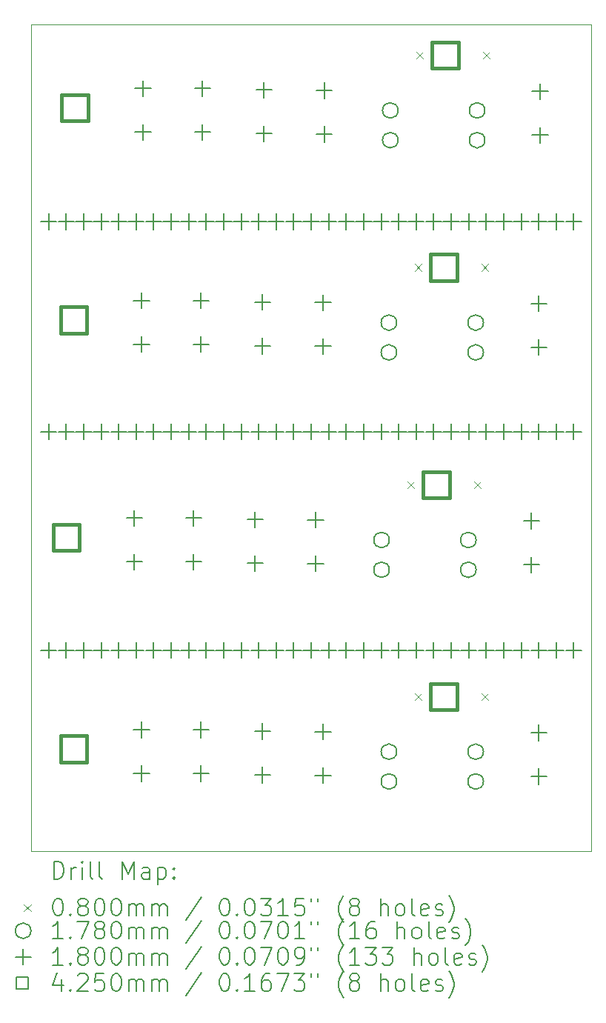
<source format=gbr>
%TF.GenerationSoftware,KiCad,Pcbnew,8.0.6*%
%TF.CreationDate,2024-11-20T20:18:22-05:00*%
%TF.ProjectId,RailsidePDB,5261696c-7369-4646-9550-44422e6b6963,rev?*%
%TF.SameCoordinates,Original*%
%TF.FileFunction,Drillmap*%
%TF.FilePolarity,Positive*%
%FSLAX45Y45*%
G04 Gerber Fmt 4.5, Leading zero omitted, Abs format (unit mm)*
G04 Created by KiCad (PCBNEW 8.0.6) date 2024-11-20 20:18:22*
%MOMM*%
%LPD*%
G01*
G04 APERTURE LIST*
%ADD10C,0.050000*%
%ADD11C,0.200000*%
%ADD12C,0.100000*%
%ADD13C,0.178000*%
%ADD14C,0.180000*%
%ADD15C,0.425000*%
G04 APERTURE END LIST*
D10*
X5100000Y-6350000D02*
X11500000Y-6350000D01*
X11500000Y-15800000D01*
X5100000Y-15800000D01*
X5100000Y-6350000D01*
D11*
D12*
X9398000Y-11570000D02*
X9478000Y-11650000D01*
X9478000Y-11570000D02*
X9398000Y-11650000D01*
X9482000Y-9086000D02*
X9562000Y-9166000D01*
X9562000Y-9086000D02*
X9482000Y-9166000D01*
X9482000Y-13990000D02*
X9562000Y-14070000D01*
X9562000Y-13990000D02*
X9482000Y-14070000D01*
X9498000Y-6660000D02*
X9578000Y-6740000D01*
X9578000Y-6660000D02*
X9498000Y-6740000D01*
X10160000Y-11570000D02*
X10240000Y-11650000D01*
X10240000Y-11570000D02*
X10160000Y-11650000D01*
X10244000Y-9086000D02*
X10324000Y-9166000D01*
X10324000Y-9086000D02*
X10244000Y-9166000D01*
X10244000Y-13990000D02*
X10324000Y-14070000D01*
X10324000Y-13990000D02*
X10244000Y-14070000D01*
X10260000Y-6660000D02*
X10340000Y-6740000D01*
X10340000Y-6660000D02*
X10260000Y-6740000D01*
D13*
X9193000Y-12240000D02*
G75*
G02*
X9015000Y-12240000I-89000J0D01*
G01*
X9015000Y-12240000D02*
G75*
G02*
X9193000Y-12240000I89000J0D01*
G01*
X9193000Y-12580000D02*
G75*
G02*
X9015000Y-12580000I-89000J0D01*
G01*
X9015000Y-12580000D02*
G75*
G02*
X9193000Y-12580000I89000J0D01*
G01*
X9277000Y-9756000D02*
G75*
G02*
X9099000Y-9756000I-89000J0D01*
G01*
X9099000Y-9756000D02*
G75*
G02*
X9277000Y-9756000I89000J0D01*
G01*
X9277000Y-10096000D02*
G75*
G02*
X9099000Y-10096000I-89000J0D01*
G01*
X9099000Y-10096000D02*
G75*
G02*
X9277000Y-10096000I89000J0D01*
G01*
X9277000Y-14660000D02*
G75*
G02*
X9099000Y-14660000I-89000J0D01*
G01*
X9099000Y-14660000D02*
G75*
G02*
X9277000Y-14660000I89000J0D01*
G01*
X9277000Y-15000000D02*
G75*
G02*
X9099000Y-15000000I-89000J0D01*
G01*
X9099000Y-15000000D02*
G75*
G02*
X9277000Y-15000000I89000J0D01*
G01*
X9293000Y-7330000D02*
G75*
G02*
X9115000Y-7330000I-89000J0D01*
G01*
X9115000Y-7330000D02*
G75*
G02*
X9293000Y-7330000I89000J0D01*
G01*
X9293000Y-7670000D02*
G75*
G02*
X9115000Y-7670000I-89000J0D01*
G01*
X9115000Y-7670000D02*
G75*
G02*
X9293000Y-7670000I89000J0D01*
G01*
X10185000Y-12240000D02*
G75*
G02*
X10007000Y-12240000I-89000J0D01*
G01*
X10007000Y-12240000D02*
G75*
G02*
X10185000Y-12240000I89000J0D01*
G01*
X10185000Y-12580000D02*
G75*
G02*
X10007000Y-12580000I-89000J0D01*
G01*
X10007000Y-12580000D02*
G75*
G02*
X10185000Y-12580000I89000J0D01*
G01*
X10269000Y-9756000D02*
G75*
G02*
X10091000Y-9756000I-89000J0D01*
G01*
X10091000Y-9756000D02*
G75*
G02*
X10269000Y-9756000I89000J0D01*
G01*
X10269000Y-10096000D02*
G75*
G02*
X10091000Y-10096000I-89000J0D01*
G01*
X10091000Y-10096000D02*
G75*
G02*
X10269000Y-10096000I89000J0D01*
G01*
X10269000Y-14660000D02*
G75*
G02*
X10091000Y-14660000I-89000J0D01*
G01*
X10091000Y-14660000D02*
G75*
G02*
X10269000Y-14660000I89000J0D01*
G01*
X10269000Y-15000000D02*
G75*
G02*
X10091000Y-15000000I-89000J0D01*
G01*
X10091000Y-15000000D02*
G75*
G02*
X10269000Y-15000000I89000J0D01*
G01*
X10285000Y-7330000D02*
G75*
G02*
X10107000Y-7330000I-89000J0D01*
G01*
X10107000Y-7330000D02*
G75*
G02*
X10285000Y-7330000I89000J0D01*
G01*
X10285000Y-7670000D02*
G75*
G02*
X10107000Y-7670000I-89000J0D01*
G01*
X10107000Y-7670000D02*
G75*
G02*
X10285000Y-7670000I89000J0D01*
G01*
D14*
X5300000Y-8510000D02*
X5300000Y-8690000D01*
X5210000Y-8600000D02*
X5390000Y-8600000D01*
X5300000Y-10910000D02*
X5300000Y-11090000D01*
X5210000Y-11000000D02*
X5390000Y-11000000D01*
X5300000Y-13410000D02*
X5300000Y-13590000D01*
X5210000Y-13500000D02*
X5390000Y-13500000D01*
X5500000Y-8510000D02*
X5500000Y-8690000D01*
X5410000Y-8600000D02*
X5590000Y-8600000D01*
X5500000Y-10910000D02*
X5500000Y-11090000D01*
X5410000Y-11000000D02*
X5590000Y-11000000D01*
X5500000Y-13410000D02*
X5500000Y-13590000D01*
X5410000Y-13500000D02*
X5590000Y-13500000D01*
X5700000Y-8510000D02*
X5700000Y-8690000D01*
X5610000Y-8600000D02*
X5790000Y-8600000D01*
X5700000Y-10910000D02*
X5700000Y-11090000D01*
X5610000Y-11000000D02*
X5790000Y-11000000D01*
X5700000Y-13410000D02*
X5700000Y-13590000D01*
X5610000Y-13500000D02*
X5790000Y-13500000D01*
X5900000Y-8510000D02*
X5900000Y-8690000D01*
X5810000Y-8600000D02*
X5990000Y-8600000D01*
X5900000Y-10910000D02*
X5900000Y-11090000D01*
X5810000Y-11000000D02*
X5990000Y-11000000D01*
X5900000Y-13410000D02*
X5900000Y-13590000D01*
X5810000Y-13500000D02*
X5990000Y-13500000D01*
X6100000Y-8510000D02*
X6100000Y-8690000D01*
X6010000Y-8600000D02*
X6190000Y-8600000D01*
X6100000Y-10910000D02*
X6100000Y-11090000D01*
X6010000Y-11000000D02*
X6190000Y-11000000D01*
X6100000Y-13410000D02*
X6100000Y-13590000D01*
X6010000Y-13500000D02*
X6190000Y-13500000D01*
X6277500Y-11897500D02*
X6277500Y-12077500D01*
X6187500Y-11987500D02*
X6367500Y-11987500D01*
X6277500Y-12397500D02*
X6277500Y-12577500D01*
X6187500Y-12487500D02*
X6367500Y-12487500D01*
X6300000Y-8510000D02*
X6300000Y-8690000D01*
X6210000Y-8600000D02*
X6390000Y-8600000D01*
X6300000Y-10910000D02*
X6300000Y-11090000D01*
X6210000Y-11000000D02*
X6390000Y-11000000D01*
X6300000Y-13410000D02*
X6300000Y-13590000D01*
X6210000Y-13500000D02*
X6390000Y-13500000D01*
X6361500Y-9413500D02*
X6361500Y-9593500D01*
X6271500Y-9503500D02*
X6451500Y-9503500D01*
X6361500Y-9913500D02*
X6361500Y-10093500D01*
X6271500Y-10003500D02*
X6451500Y-10003500D01*
X6361500Y-14317500D02*
X6361500Y-14497500D01*
X6271500Y-14407500D02*
X6451500Y-14407500D01*
X6361500Y-14817500D02*
X6361500Y-14997500D01*
X6271500Y-14907500D02*
X6451500Y-14907500D01*
X6377500Y-6987500D02*
X6377500Y-7167500D01*
X6287500Y-7077500D02*
X6467500Y-7077500D01*
X6377500Y-7487500D02*
X6377500Y-7667500D01*
X6287500Y-7577500D02*
X6467500Y-7577500D01*
X6500000Y-8510000D02*
X6500000Y-8690000D01*
X6410000Y-8600000D02*
X6590000Y-8600000D01*
X6500000Y-10910000D02*
X6500000Y-11090000D01*
X6410000Y-11000000D02*
X6590000Y-11000000D01*
X6500000Y-13410000D02*
X6500000Y-13590000D01*
X6410000Y-13500000D02*
X6590000Y-13500000D01*
X6700000Y-8510000D02*
X6700000Y-8690000D01*
X6610000Y-8600000D02*
X6790000Y-8600000D01*
X6700000Y-10910000D02*
X6700000Y-11090000D01*
X6610000Y-11000000D02*
X6790000Y-11000000D01*
X6700000Y-13410000D02*
X6700000Y-13590000D01*
X6610000Y-13500000D02*
X6790000Y-13500000D01*
X6900000Y-8510000D02*
X6900000Y-8690000D01*
X6810000Y-8600000D02*
X6990000Y-8600000D01*
X6900000Y-10910000D02*
X6900000Y-11090000D01*
X6810000Y-11000000D02*
X6990000Y-11000000D01*
X6900000Y-13410000D02*
X6900000Y-13590000D01*
X6810000Y-13500000D02*
X6990000Y-13500000D01*
X6957500Y-11897500D02*
X6957500Y-12077500D01*
X6867500Y-11987500D02*
X7047500Y-11987500D01*
X6957500Y-12397500D02*
X6957500Y-12577500D01*
X6867500Y-12487500D02*
X7047500Y-12487500D01*
X7041500Y-9413500D02*
X7041500Y-9593500D01*
X6951500Y-9503500D02*
X7131500Y-9503500D01*
X7041500Y-9913500D02*
X7041500Y-10093500D01*
X6951500Y-10003500D02*
X7131500Y-10003500D01*
X7041500Y-14317500D02*
X7041500Y-14497500D01*
X6951500Y-14407500D02*
X7131500Y-14407500D01*
X7041500Y-14817500D02*
X7041500Y-14997500D01*
X6951500Y-14907500D02*
X7131500Y-14907500D01*
X7057500Y-6987500D02*
X7057500Y-7167500D01*
X6967500Y-7077500D02*
X7147500Y-7077500D01*
X7057500Y-7487500D02*
X7057500Y-7667500D01*
X6967500Y-7577500D02*
X7147500Y-7577500D01*
X7100000Y-8510000D02*
X7100000Y-8690000D01*
X7010000Y-8600000D02*
X7190000Y-8600000D01*
X7100000Y-10910000D02*
X7100000Y-11090000D01*
X7010000Y-11000000D02*
X7190000Y-11000000D01*
X7100000Y-13410000D02*
X7100000Y-13590000D01*
X7010000Y-13500000D02*
X7190000Y-13500000D01*
X7300000Y-8510000D02*
X7300000Y-8690000D01*
X7210000Y-8600000D02*
X7390000Y-8600000D01*
X7300000Y-10910000D02*
X7300000Y-11090000D01*
X7210000Y-11000000D02*
X7390000Y-11000000D01*
X7300000Y-13410000D02*
X7300000Y-13590000D01*
X7210000Y-13500000D02*
X7390000Y-13500000D01*
X7500000Y-8510000D02*
X7500000Y-8690000D01*
X7410000Y-8600000D02*
X7590000Y-8600000D01*
X7500000Y-10910000D02*
X7500000Y-11090000D01*
X7410000Y-11000000D02*
X7590000Y-11000000D01*
X7500000Y-13410000D02*
X7500000Y-13590000D01*
X7410000Y-13500000D02*
X7590000Y-13500000D01*
X7660000Y-11915000D02*
X7660000Y-12095000D01*
X7570000Y-12005000D02*
X7750000Y-12005000D01*
X7660000Y-12415000D02*
X7660000Y-12595000D01*
X7570000Y-12505000D02*
X7750000Y-12505000D01*
X7700000Y-8510000D02*
X7700000Y-8690000D01*
X7610000Y-8600000D02*
X7790000Y-8600000D01*
X7700000Y-10910000D02*
X7700000Y-11090000D01*
X7610000Y-11000000D02*
X7790000Y-11000000D01*
X7700000Y-13410000D02*
X7700000Y-13590000D01*
X7610000Y-13500000D02*
X7790000Y-13500000D01*
X7744000Y-9431000D02*
X7744000Y-9611000D01*
X7654000Y-9521000D02*
X7834000Y-9521000D01*
X7744000Y-9931000D02*
X7744000Y-10111000D01*
X7654000Y-10021000D02*
X7834000Y-10021000D01*
X7744000Y-14335000D02*
X7744000Y-14515000D01*
X7654000Y-14425000D02*
X7834000Y-14425000D01*
X7744000Y-14835000D02*
X7744000Y-15015000D01*
X7654000Y-14925000D02*
X7834000Y-14925000D01*
X7760000Y-7005000D02*
X7760000Y-7185000D01*
X7670000Y-7095000D02*
X7850000Y-7095000D01*
X7760000Y-7505000D02*
X7760000Y-7685000D01*
X7670000Y-7595000D02*
X7850000Y-7595000D01*
X7900000Y-8510000D02*
X7900000Y-8690000D01*
X7810000Y-8600000D02*
X7990000Y-8600000D01*
X7900000Y-10910000D02*
X7900000Y-11090000D01*
X7810000Y-11000000D02*
X7990000Y-11000000D01*
X7900000Y-13410000D02*
X7900000Y-13590000D01*
X7810000Y-13500000D02*
X7990000Y-13500000D01*
X8100000Y-8510000D02*
X8100000Y-8690000D01*
X8010000Y-8600000D02*
X8190000Y-8600000D01*
X8100000Y-10910000D02*
X8100000Y-11090000D01*
X8010000Y-11000000D02*
X8190000Y-11000000D01*
X8100000Y-13410000D02*
X8100000Y-13590000D01*
X8010000Y-13500000D02*
X8190000Y-13500000D01*
X8300000Y-8510000D02*
X8300000Y-8690000D01*
X8210000Y-8600000D02*
X8390000Y-8600000D01*
X8300000Y-10910000D02*
X8300000Y-11090000D01*
X8210000Y-11000000D02*
X8390000Y-11000000D01*
X8300000Y-13410000D02*
X8300000Y-13590000D01*
X8210000Y-13500000D02*
X8390000Y-13500000D01*
X8350000Y-11920000D02*
X8350000Y-12100000D01*
X8260000Y-12010000D02*
X8440000Y-12010000D01*
X8350000Y-12420000D02*
X8350000Y-12600000D01*
X8260000Y-12510000D02*
X8440000Y-12510000D01*
X8434000Y-9436000D02*
X8434000Y-9616000D01*
X8344000Y-9526000D02*
X8524000Y-9526000D01*
X8434000Y-9936000D02*
X8434000Y-10116000D01*
X8344000Y-10026000D02*
X8524000Y-10026000D01*
X8434000Y-14340000D02*
X8434000Y-14520000D01*
X8344000Y-14430000D02*
X8524000Y-14430000D01*
X8434000Y-14840000D02*
X8434000Y-15020000D01*
X8344000Y-14930000D02*
X8524000Y-14930000D01*
X8450000Y-7010000D02*
X8450000Y-7190000D01*
X8360000Y-7100000D02*
X8540000Y-7100000D01*
X8450000Y-7510000D02*
X8450000Y-7690000D01*
X8360000Y-7600000D02*
X8540000Y-7600000D01*
X8500000Y-8510000D02*
X8500000Y-8690000D01*
X8410000Y-8600000D02*
X8590000Y-8600000D01*
X8500000Y-10910000D02*
X8500000Y-11090000D01*
X8410000Y-11000000D02*
X8590000Y-11000000D01*
X8500000Y-13410000D02*
X8500000Y-13590000D01*
X8410000Y-13500000D02*
X8590000Y-13500000D01*
X8700000Y-8510000D02*
X8700000Y-8690000D01*
X8610000Y-8600000D02*
X8790000Y-8600000D01*
X8700000Y-10910000D02*
X8700000Y-11090000D01*
X8610000Y-11000000D02*
X8790000Y-11000000D01*
X8700000Y-13410000D02*
X8700000Y-13590000D01*
X8610000Y-13500000D02*
X8790000Y-13500000D01*
X8900000Y-8510000D02*
X8900000Y-8690000D01*
X8810000Y-8600000D02*
X8990000Y-8600000D01*
X8900000Y-10910000D02*
X8900000Y-11090000D01*
X8810000Y-11000000D02*
X8990000Y-11000000D01*
X8900000Y-13410000D02*
X8900000Y-13590000D01*
X8810000Y-13500000D02*
X8990000Y-13500000D01*
X9100000Y-8510000D02*
X9100000Y-8690000D01*
X9010000Y-8600000D02*
X9190000Y-8600000D01*
X9100000Y-10910000D02*
X9100000Y-11090000D01*
X9010000Y-11000000D02*
X9190000Y-11000000D01*
X9100000Y-13410000D02*
X9100000Y-13590000D01*
X9010000Y-13500000D02*
X9190000Y-13500000D01*
X9300000Y-8510000D02*
X9300000Y-8690000D01*
X9210000Y-8600000D02*
X9390000Y-8600000D01*
X9300000Y-10910000D02*
X9300000Y-11090000D01*
X9210000Y-11000000D02*
X9390000Y-11000000D01*
X9300000Y-13410000D02*
X9300000Y-13590000D01*
X9210000Y-13500000D02*
X9390000Y-13500000D01*
X9500000Y-8510000D02*
X9500000Y-8690000D01*
X9410000Y-8600000D02*
X9590000Y-8600000D01*
X9500000Y-10910000D02*
X9500000Y-11090000D01*
X9410000Y-11000000D02*
X9590000Y-11000000D01*
X9500000Y-13410000D02*
X9500000Y-13590000D01*
X9410000Y-13500000D02*
X9590000Y-13500000D01*
X9700000Y-8510000D02*
X9700000Y-8690000D01*
X9610000Y-8600000D02*
X9790000Y-8600000D01*
X9700000Y-10910000D02*
X9700000Y-11090000D01*
X9610000Y-11000000D02*
X9790000Y-11000000D01*
X9700000Y-13410000D02*
X9700000Y-13590000D01*
X9610000Y-13500000D02*
X9790000Y-13500000D01*
X9900000Y-8510000D02*
X9900000Y-8690000D01*
X9810000Y-8600000D02*
X9990000Y-8600000D01*
X9900000Y-10910000D02*
X9900000Y-11090000D01*
X9810000Y-11000000D02*
X9990000Y-11000000D01*
X9900000Y-13410000D02*
X9900000Y-13590000D01*
X9810000Y-13500000D02*
X9990000Y-13500000D01*
X10100000Y-8510000D02*
X10100000Y-8690000D01*
X10010000Y-8600000D02*
X10190000Y-8600000D01*
X10100000Y-10910000D02*
X10100000Y-11090000D01*
X10010000Y-11000000D02*
X10190000Y-11000000D01*
X10100000Y-13410000D02*
X10100000Y-13590000D01*
X10010000Y-13500000D02*
X10190000Y-13500000D01*
X10300000Y-8510000D02*
X10300000Y-8690000D01*
X10210000Y-8600000D02*
X10390000Y-8600000D01*
X10300000Y-10910000D02*
X10300000Y-11090000D01*
X10210000Y-11000000D02*
X10390000Y-11000000D01*
X10300000Y-13410000D02*
X10300000Y-13590000D01*
X10210000Y-13500000D02*
X10390000Y-13500000D01*
X10500000Y-8510000D02*
X10500000Y-8690000D01*
X10410000Y-8600000D02*
X10590000Y-8600000D01*
X10500000Y-10910000D02*
X10500000Y-11090000D01*
X10410000Y-11000000D02*
X10590000Y-11000000D01*
X10500000Y-13410000D02*
X10500000Y-13590000D01*
X10410000Y-13500000D02*
X10590000Y-13500000D01*
X10700000Y-8510000D02*
X10700000Y-8690000D01*
X10610000Y-8600000D02*
X10790000Y-8600000D01*
X10700000Y-10910000D02*
X10700000Y-11090000D01*
X10610000Y-11000000D02*
X10790000Y-11000000D01*
X10700000Y-13410000D02*
X10700000Y-13590000D01*
X10610000Y-13500000D02*
X10790000Y-13500000D01*
X10816000Y-11931000D02*
X10816000Y-12111000D01*
X10726000Y-12021000D02*
X10906000Y-12021000D01*
X10816000Y-12431000D02*
X10816000Y-12611000D01*
X10726000Y-12521000D02*
X10906000Y-12521000D01*
X10900000Y-8510000D02*
X10900000Y-8690000D01*
X10810000Y-8600000D02*
X10990000Y-8600000D01*
X10900000Y-9447000D02*
X10900000Y-9627000D01*
X10810000Y-9537000D02*
X10990000Y-9537000D01*
X10900000Y-9947000D02*
X10900000Y-10127000D01*
X10810000Y-10037000D02*
X10990000Y-10037000D01*
X10900000Y-10910000D02*
X10900000Y-11090000D01*
X10810000Y-11000000D02*
X10990000Y-11000000D01*
X10900000Y-13410000D02*
X10900000Y-13590000D01*
X10810000Y-13500000D02*
X10990000Y-13500000D01*
X10900000Y-14351000D02*
X10900000Y-14531000D01*
X10810000Y-14441000D02*
X10990000Y-14441000D01*
X10900000Y-14851000D02*
X10900000Y-15031000D01*
X10810000Y-14941000D02*
X10990000Y-14941000D01*
X10916000Y-7021000D02*
X10916000Y-7201000D01*
X10826000Y-7111000D02*
X11006000Y-7111000D01*
X10916000Y-7521000D02*
X10916000Y-7701000D01*
X10826000Y-7611000D02*
X11006000Y-7611000D01*
X11100000Y-8510000D02*
X11100000Y-8690000D01*
X11010000Y-8600000D02*
X11190000Y-8600000D01*
X11100000Y-10910000D02*
X11100000Y-11090000D01*
X11010000Y-11000000D02*
X11190000Y-11000000D01*
X11100000Y-13410000D02*
X11100000Y-13590000D01*
X11010000Y-13500000D02*
X11190000Y-13500000D01*
X11300000Y-8510000D02*
X11300000Y-8690000D01*
X11210000Y-8600000D02*
X11390000Y-8600000D01*
X11300000Y-10910000D02*
X11300000Y-11090000D01*
X11210000Y-11000000D02*
X11390000Y-11000000D01*
X11300000Y-13410000D02*
X11300000Y-13590000D01*
X11210000Y-13500000D02*
X11390000Y-13500000D01*
D15*
X5650262Y-12360262D02*
X5650262Y-12059738D01*
X5349738Y-12059738D01*
X5349738Y-12360262D01*
X5650262Y-12360262D01*
X5734262Y-9876262D02*
X5734262Y-9575738D01*
X5433738Y-9575738D01*
X5433738Y-9876262D01*
X5734262Y-9876262D01*
X5734262Y-14780262D02*
X5734262Y-14479738D01*
X5433738Y-14479738D01*
X5433738Y-14780262D01*
X5734262Y-14780262D01*
X5750262Y-7450262D02*
X5750262Y-7149738D01*
X5449738Y-7149738D01*
X5449738Y-7450262D01*
X5750262Y-7450262D01*
X9880762Y-11760262D02*
X9880762Y-11459738D01*
X9580238Y-11459738D01*
X9580238Y-11760262D01*
X9880762Y-11760262D01*
X9964762Y-9276262D02*
X9964762Y-8975738D01*
X9664238Y-8975738D01*
X9664238Y-9276262D01*
X9964762Y-9276262D01*
X9964762Y-14180262D02*
X9964762Y-13879738D01*
X9664238Y-13879738D01*
X9664238Y-14180262D01*
X9964762Y-14180262D01*
X9980762Y-6850262D02*
X9980762Y-6549738D01*
X9680238Y-6549738D01*
X9680238Y-6850262D01*
X9980762Y-6850262D01*
D11*
X5358277Y-16113984D02*
X5358277Y-15913984D01*
X5358277Y-15913984D02*
X5405896Y-15913984D01*
X5405896Y-15913984D02*
X5434467Y-15923508D01*
X5434467Y-15923508D02*
X5453515Y-15942555D01*
X5453515Y-15942555D02*
X5463039Y-15961603D01*
X5463039Y-15961603D02*
X5472563Y-15999698D01*
X5472563Y-15999698D02*
X5472563Y-16028269D01*
X5472563Y-16028269D02*
X5463039Y-16066365D01*
X5463039Y-16066365D02*
X5453515Y-16085412D01*
X5453515Y-16085412D02*
X5434467Y-16104460D01*
X5434467Y-16104460D02*
X5405896Y-16113984D01*
X5405896Y-16113984D02*
X5358277Y-16113984D01*
X5558277Y-16113984D02*
X5558277Y-15980650D01*
X5558277Y-16018746D02*
X5567801Y-15999698D01*
X5567801Y-15999698D02*
X5577324Y-15990174D01*
X5577324Y-15990174D02*
X5596372Y-15980650D01*
X5596372Y-15980650D02*
X5615420Y-15980650D01*
X5682086Y-16113984D02*
X5682086Y-15980650D01*
X5682086Y-15913984D02*
X5672562Y-15923508D01*
X5672562Y-15923508D02*
X5682086Y-15933031D01*
X5682086Y-15933031D02*
X5691610Y-15923508D01*
X5691610Y-15923508D02*
X5682086Y-15913984D01*
X5682086Y-15913984D02*
X5682086Y-15933031D01*
X5805896Y-16113984D02*
X5786848Y-16104460D01*
X5786848Y-16104460D02*
X5777324Y-16085412D01*
X5777324Y-16085412D02*
X5777324Y-15913984D01*
X5910658Y-16113984D02*
X5891610Y-16104460D01*
X5891610Y-16104460D02*
X5882086Y-16085412D01*
X5882086Y-16085412D02*
X5882086Y-15913984D01*
X6139229Y-16113984D02*
X6139229Y-15913984D01*
X6139229Y-15913984D02*
X6205896Y-16056841D01*
X6205896Y-16056841D02*
X6272562Y-15913984D01*
X6272562Y-15913984D02*
X6272562Y-16113984D01*
X6453515Y-16113984D02*
X6453515Y-16009222D01*
X6453515Y-16009222D02*
X6443991Y-15990174D01*
X6443991Y-15990174D02*
X6424943Y-15980650D01*
X6424943Y-15980650D02*
X6386848Y-15980650D01*
X6386848Y-15980650D02*
X6367801Y-15990174D01*
X6453515Y-16104460D02*
X6434467Y-16113984D01*
X6434467Y-16113984D02*
X6386848Y-16113984D01*
X6386848Y-16113984D02*
X6367801Y-16104460D01*
X6367801Y-16104460D02*
X6358277Y-16085412D01*
X6358277Y-16085412D02*
X6358277Y-16066365D01*
X6358277Y-16066365D02*
X6367801Y-16047317D01*
X6367801Y-16047317D02*
X6386848Y-16037793D01*
X6386848Y-16037793D02*
X6434467Y-16037793D01*
X6434467Y-16037793D02*
X6453515Y-16028269D01*
X6548753Y-15980650D02*
X6548753Y-16180650D01*
X6548753Y-15990174D02*
X6567801Y-15980650D01*
X6567801Y-15980650D02*
X6605896Y-15980650D01*
X6605896Y-15980650D02*
X6624943Y-15990174D01*
X6624943Y-15990174D02*
X6634467Y-15999698D01*
X6634467Y-15999698D02*
X6643991Y-16018746D01*
X6643991Y-16018746D02*
X6643991Y-16075888D01*
X6643991Y-16075888D02*
X6634467Y-16094936D01*
X6634467Y-16094936D02*
X6624943Y-16104460D01*
X6624943Y-16104460D02*
X6605896Y-16113984D01*
X6605896Y-16113984D02*
X6567801Y-16113984D01*
X6567801Y-16113984D02*
X6548753Y-16104460D01*
X6729705Y-16094936D02*
X6739229Y-16104460D01*
X6739229Y-16104460D02*
X6729705Y-16113984D01*
X6729705Y-16113984D02*
X6720182Y-16104460D01*
X6720182Y-16104460D02*
X6729705Y-16094936D01*
X6729705Y-16094936D02*
X6729705Y-16113984D01*
X6729705Y-15990174D02*
X6739229Y-15999698D01*
X6739229Y-15999698D02*
X6729705Y-16009222D01*
X6729705Y-16009222D02*
X6720182Y-15999698D01*
X6720182Y-15999698D02*
X6729705Y-15990174D01*
X6729705Y-15990174D02*
X6729705Y-16009222D01*
D12*
X5017500Y-16402500D02*
X5097500Y-16482500D01*
X5097500Y-16402500D02*
X5017500Y-16482500D01*
D11*
X5396372Y-16333984D02*
X5415420Y-16333984D01*
X5415420Y-16333984D02*
X5434467Y-16343508D01*
X5434467Y-16343508D02*
X5443991Y-16353031D01*
X5443991Y-16353031D02*
X5453515Y-16372079D01*
X5453515Y-16372079D02*
X5463039Y-16410174D01*
X5463039Y-16410174D02*
X5463039Y-16457793D01*
X5463039Y-16457793D02*
X5453515Y-16495888D01*
X5453515Y-16495888D02*
X5443991Y-16514936D01*
X5443991Y-16514936D02*
X5434467Y-16524460D01*
X5434467Y-16524460D02*
X5415420Y-16533984D01*
X5415420Y-16533984D02*
X5396372Y-16533984D01*
X5396372Y-16533984D02*
X5377324Y-16524460D01*
X5377324Y-16524460D02*
X5367801Y-16514936D01*
X5367801Y-16514936D02*
X5358277Y-16495888D01*
X5358277Y-16495888D02*
X5348753Y-16457793D01*
X5348753Y-16457793D02*
X5348753Y-16410174D01*
X5348753Y-16410174D02*
X5358277Y-16372079D01*
X5358277Y-16372079D02*
X5367801Y-16353031D01*
X5367801Y-16353031D02*
X5377324Y-16343508D01*
X5377324Y-16343508D02*
X5396372Y-16333984D01*
X5548753Y-16514936D02*
X5558277Y-16524460D01*
X5558277Y-16524460D02*
X5548753Y-16533984D01*
X5548753Y-16533984D02*
X5539229Y-16524460D01*
X5539229Y-16524460D02*
X5548753Y-16514936D01*
X5548753Y-16514936D02*
X5548753Y-16533984D01*
X5672562Y-16419698D02*
X5653515Y-16410174D01*
X5653515Y-16410174D02*
X5643991Y-16400650D01*
X5643991Y-16400650D02*
X5634467Y-16381603D01*
X5634467Y-16381603D02*
X5634467Y-16372079D01*
X5634467Y-16372079D02*
X5643991Y-16353031D01*
X5643991Y-16353031D02*
X5653515Y-16343508D01*
X5653515Y-16343508D02*
X5672562Y-16333984D01*
X5672562Y-16333984D02*
X5710658Y-16333984D01*
X5710658Y-16333984D02*
X5729705Y-16343508D01*
X5729705Y-16343508D02*
X5739229Y-16353031D01*
X5739229Y-16353031D02*
X5748753Y-16372079D01*
X5748753Y-16372079D02*
X5748753Y-16381603D01*
X5748753Y-16381603D02*
X5739229Y-16400650D01*
X5739229Y-16400650D02*
X5729705Y-16410174D01*
X5729705Y-16410174D02*
X5710658Y-16419698D01*
X5710658Y-16419698D02*
X5672562Y-16419698D01*
X5672562Y-16419698D02*
X5653515Y-16429222D01*
X5653515Y-16429222D02*
X5643991Y-16438746D01*
X5643991Y-16438746D02*
X5634467Y-16457793D01*
X5634467Y-16457793D02*
X5634467Y-16495888D01*
X5634467Y-16495888D02*
X5643991Y-16514936D01*
X5643991Y-16514936D02*
X5653515Y-16524460D01*
X5653515Y-16524460D02*
X5672562Y-16533984D01*
X5672562Y-16533984D02*
X5710658Y-16533984D01*
X5710658Y-16533984D02*
X5729705Y-16524460D01*
X5729705Y-16524460D02*
X5739229Y-16514936D01*
X5739229Y-16514936D02*
X5748753Y-16495888D01*
X5748753Y-16495888D02*
X5748753Y-16457793D01*
X5748753Y-16457793D02*
X5739229Y-16438746D01*
X5739229Y-16438746D02*
X5729705Y-16429222D01*
X5729705Y-16429222D02*
X5710658Y-16419698D01*
X5872562Y-16333984D02*
X5891610Y-16333984D01*
X5891610Y-16333984D02*
X5910658Y-16343508D01*
X5910658Y-16343508D02*
X5920182Y-16353031D01*
X5920182Y-16353031D02*
X5929705Y-16372079D01*
X5929705Y-16372079D02*
X5939229Y-16410174D01*
X5939229Y-16410174D02*
X5939229Y-16457793D01*
X5939229Y-16457793D02*
X5929705Y-16495888D01*
X5929705Y-16495888D02*
X5920182Y-16514936D01*
X5920182Y-16514936D02*
X5910658Y-16524460D01*
X5910658Y-16524460D02*
X5891610Y-16533984D01*
X5891610Y-16533984D02*
X5872562Y-16533984D01*
X5872562Y-16533984D02*
X5853515Y-16524460D01*
X5853515Y-16524460D02*
X5843991Y-16514936D01*
X5843991Y-16514936D02*
X5834467Y-16495888D01*
X5834467Y-16495888D02*
X5824943Y-16457793D01*
X5824943Y-16457793D02*
X5824943Y-16410174D01*
X5824943Y-16410174D02*
X5834467Y-16372079D01*
X5834467Y-16372079D02*
X5843991Y-16353031D01*
X5843991Y-16353031D02*
X5853515Y-16343508D01*
X5853515Y-16343508D02*
X5872562Y-16333984D01*
X6063039Y-16333984D02*
X6082086Y-16333984D01*
X6082086Y-16333984D02*
X6101134Y-16343508D01*
X6101134Y-16343508D02*
X6110658Y-16353031D01*
X6110658Y-16353031D02*
X6120182Y-16372079D01*
X6120182Y-16372079D02*
X6129705Y-16410174D01*
X6129705Y-16410174D02*
X6129705Y-16457793D01*
X6129705Y-16457793D02*
X6120182Y-16495888D01*
X6120182Y-16495888D02*
X6110658Y-16514936D01*
X6110658Y-16514936D02*
X6101134Y-16524460D01*
X6101134Y-16524460D02*
X6082086Y-16533984D01*
X6082086Y-16533984D02*
X6063039Y-16533984D01*
X6063039Y-16533984D02*
X6043991Y-16524460D01*
X6043991Y-16524460D02*
X6034467Y-16514936D01*
X6034467Y-16514936D02*
X6024943Y-16495888D01*
X6024943Y-16495888D02*
X6015420Y-16457793D01*
X6015420Y-16457793D02*
X6015420Y-16410174D01*
X6015420Y-16410174D02*
X6024943Y-16372079D01*
X6024943Y-16372079D02*
X6034467Y-16353031D01*
X6034467Y-16353031D02*
X6043991Y-16343508D01*
X6043991Y-16343508D02*
X6063039Y-16333984D01*
X6215420Y-16533984D02*
X6215420Y-16400650D01*
X6215420Y-16419698D02*
X6224943Y-16410174D01*
X6224943Y-16410174D02*
X6243991Y-16400650D01*
X6243991Y-16400650D02*
X6272563Y-16400650D01*
X6272563Y-16400650D02*
X6291610Y-16410174D01*
X6291610Y-16410174D02*
X6301134Y-16429222D01*
X6301134Y-16429222D02*
X6301134Y-16533984D01*
X6301134Y-16429222D02*
X6310658Y-16410174D01*
X6310658Y-16410174D02*
X6329705Y-16400650D01*
X6329705Y-16400650D02*
X6358277Y-16400650D01*
X6358277Y-16400650D02*
X6377324Y-16410174D01*
X6377324Y-16410174D02*
X6386848Y-16429222D01*
X6386848Y-16429222D02*
X6386848Y-16533984D01*
X6482086Y-16533984D02*
X6482086Y-16400650D01*
X6482086Y-16419698D02*
X6491610Y-16410174D01*
X6491610Y-16410174D02*
X6510658Y-16400650D01*
X6510658Y-16400650D02*
X6539229Y-16400650D01*
X6539229Y-16400650D02*
X6558277Y-16410174D01*
X6558277Y-16410174D02*
X6567801Y-16429222D01*
X6567801Y-16429222D02*
X6567801Y-16533984D01*
X6567801Y-16429222D02*
X6577324Y-16410174D01*
X6577324Y-16410174D02*
X6596372Y-16400650D01*
X6596372Y-16400650D02*
X6624943Y-16400650D01*
X6624943Y-16400650D02*
X6643991Y-16410174D01*
X6643991Y-16410174D02*
X6653515Y-16429222D01*
X6653515Y-16429222D02*
X6653515Y-16533984D01*
X7043991Y-16324460D02*
X6872563Y-16581603D01*
X7301134Y-16333984D02*
X7320182Y-16333984D01*
X7320182Y-16333984D02*
X7339229Y-16343508D01*
X7339229Y-16343508D02*
X7348753Y-16353031D01*
X7348753Y-16353031D02*
X7358277Y-16372079D01*
X7358277Y-16372079D02*
X7367801Y-16410174D01*
X7367801Y-16410174D02*
X7367801Y-16457793D01*
X7367801Y-16457793D02*
X7358277Y-16495888D01*
X7358277Y-16495888D02*
X7348753Y-16514936D01*
X7348753Y-16514936D02*
X7339229Y-16524460D01*
X7339229Y-16524460D02*
X7320182Y-16533984D01*
X7320182Y-16533984D02*
X7301134Y-16533984D01*
X7301134Y-16533984D02*
X7282086Y-16524460D01*
X7282086Y-16524460D02*
X7272563Y-16514936D01*
X7272563Y-16514936D02*
X7263039Y-16495888D01*
X7263039Y-16495888D02*
X7253515Y-16457793D01*
X7253515Y-16457793D02*
X7253515Y-16410174D01*
X7253515Y-16410174D02*
X7263039Y-16372079D01*
X7263039Y-16372079D02*
X7272563Y-16353031D01*
X7272563Y-16353031D02*
X7282086Y-16343508D01*
X7282086Y-16343508D02*
X7301134Y-16333984D01*
X7453515Y-16514936D02*
X7463039Y-16524460D01*
X7463039Y-16524460D02*
X7453515Y-16533984D01*
X7453515Y-16533984D02*
X7443991Y-16524460D01*
X7443991Y-16524460D02*
X7453515Y-16514936D01*
X7453515Y-16514936D02*
X7453515Y-16533984D01*
X7586848Y-16333984D02*
X7605896Y-16333984D01*
X7605896Y-16333984D02*
X7624944Y-16343508D01*
X7624944Y-16343508D02*
X7634467Y-16353031D01*
X7634467Y-16353031D02*
X7643991Y-16372079D01*
X7643991Y-16372079D02*
X7653515Y-16410174D01*
X7653515Y-16410174D02*
X7653515Y-16457793D01*
X7653515Y-16457793D02*
X7643991Y-16495888D01*
X7643991Y-16495888D02*
X7634467Y-16514936D01*
X7634467Y-16514936D02*
X7624944Y-16524460D01*
X7624944Y-16524460D02*
X7605896Y-16533984D01*
X7605896Y-16533984D02*
X7586848Y-16533984D01*
X7586848Y-16533984D02*
X7567801Y-16524460D01*
X7567801Y-16524460D02*
X7558277Y-16514936D01*
X7558277Y-16514936D02*
X7548753Y-16495888D01*
X7548753Y-16495888D02*
X7539229Y-16457793D01*
X7539229Y-16457793D02*
X7539229Y-16410174D01*
X7539229Y-16410174D02*
X7548753Y-16372079D01*
X7548753Y-16372079D02*
X7558277Y-16353031D01*
X7558277Y-16353031D02*
X7567801Y-16343508D01*
X7567801Y-16343508D02*
X7586848Y-16333984D01*
X7720182Y-16333984D02*
X7843991Y-16333984D01*
X7843991Y-16333984D02*
X7777325Y-16410174D01*
X7777325Y-16410174D02*
X7805896Y-16410174D01*
X7805896Y-16410174D02*
X7824944Y-16419698D01*
X7824944Y-16419698D02*
X7834467Y-16429222D01*
X7834467Y-16429222D02*
X7843991Y-16448269D01*
X7843991Y-16448269D02*
X7843991Y-16495888D01*
X7843991Y-16495888D02*
X7834467Y-16514936D01*
X7834467Y-16514936D02*
X7824944Y-16524460D01*
X7824944Y-16524460D02*
X7805896Y-16533984D01*
X7805896Y-16533984D02*
X7748753Y-16533984D01*
X7748753Y-16533984D02*
X7729706Y-16524460D01*
X7729706Y-16524460D02*
X7720182Y-16514936D01*
X8034467Y-16533984D02*
X7920182Y-16533984D01*
X7977325Y-16533984D02*
X7977325Y-16333984D01*
X7977325Y-16333984D02*
X7958277Y-16362555D01*
X7958277Y-16362555D02*
X7939229Y-16381603D01*
X7939229Y-16381603D02*
X7920182Y-16391127D01*
X8215420Y-16333984D02*
X8120182Y-16333984D01*
X8120182Y-16333984D02*
X8110658Y-16429222D01*
X8110658Y-16429222D02*
X8120182Y-16419698D01*
X8120182Y-16419698D02*
X8139229Y-16410174D01*
X8139229Y-16410174D02*
X8186848Y-16410174D01*
X8186848Y-16410174D02*
X8205896Y-16419698D01*
X8205896Y-16419698D02*
X8215420Y-16429222D01*
X8215420Y-16429222D02*
X8224944Y-16448269D01*
X8224944Y-16448269D02*
X8224944Y-16495888D01*
X8224944Y-16495888D02*
X8215420Y-16514936D01*
X8215420Y-16514936D02*
X8205896Y-16524460D01*
X8205896Y-16524460D02*
X8186848Y-16533984D01*
X8186848Y-16533984D02*
X8139229Y-16533984D01*
X8139229Y-16533984D02*
X8120182Y-16524460D01*
X8120182Y-16524460D02*
X8110658Y-16514936D01*
X8301134Y-16333984D02*
X8301134Y-16372079D01*
X8377325Y-16333984D02*
X8377325Y-16372079D01*
X8672563Y-16610174D02*
X8663039Y-16600650D01*
X8663039Y-16600650D02*
X8643991Y-16572079D01*
X8643991Y-16572079D02*
X8634468Y-16553031D01*
X8634468Y-16553031D02*
X8624944Y-16524460D01*
X8624944Y-16524460D02*
X8615420Y-16476841D01*
X8615420Y-16476841D02*
X8615420Y-16438746D01*
X8615420Y-16438746D02*
X8624944Y-16391127D01*
X8624944Y-16391127D02*
X8634468Y-16362555D01*
X8634468Y-16362555D02*
X8643991Y-16343508D01*
X8643991Y-16343508D02*
X8663039Y-16314936D01*
X8663039Y-16314936D02*
X8672563Y-16305412D01*
X8777325Y-16419698D02*
X8758277Y-16410174D01*
X8758277Y-16410174D02*
X8748753Y-16400650D01*
X8748753Y-16400650D02*
X8739230Y-16381603D01*
X8739230Y-16381603D02*
X8739230Y-16372079D01*
X8739230Y-16372079D02*
X8748753Y-16353031D01*
X8748753Y-16353031D02*
X8758277Y-16343508D01*
X8758277Y-16343508D02*
X8777325Y-16333984D01*
X8777325Y-16333984D02*
X8815420Y-16333984D01*
X8815420Y-16333984D02*
X8834468Y-16343508D01*
X8834468Y-16343508D02*
X8843991Y-16353031D01*
X8843991Y-16353031D02*
X8853515Y-16372079D01*
X8853515Y-16372079D02*
X8853515Y-16381603D01*
X8853515Y-16381603D02*
X8843991Y-16400650D01*
X8843991Y-16400650D02*
X8834468Y-16410174D01*
X8834468Y-16410174D02*
X8815420Y-16419698D01*
X8815420Y-16419698D02*
X8777325Y-16419698D01*
X8777325Y-16419698D02*
X8758277Y-16429222D01*
X8758277Y-16429222D02*
X8748753Y-16438746D01*
X8748753Y-16438746D02*
X8739230Y-16457793D01*
X8739230Y-16457793D02*
X8739230Y-16495888D01*
X8739230Y-16495888D02*
X8748753Y-16514936D01*
X8748753Y-16514936D02*
X8758277Y-16524460D01*
X8758277Y-16524460D02*
X8777325Y-16533984D01*
X8777325Y-16533984D02*
X8815420Y-16533984D01*
X8815420Y-16533984D02*
X8834468Y-16524460D01*
X8834468Y-16524460D02*
X8843991Y-16514936D01*
X8843991Y-16514936D02*
X8853515Y-16495888D01*
X8853515Y-16495888D02*
X8853515Y-16457793D01*
X8853515Y-16457793D02*
X8843991Y-16438746D01*
X8843991Y-16438746D02*
X8834468Y-16429222D01*
X8834468Y-16429222D02*
X8815420Y-16419698D01*
X9091611Y-16533984D02*
X9091611Y-16333984D01*
X9177325Y-16533984D02*
X9177325Y-16429222D01*
X9177325Y-16429222D02*
X9167801Y-16410174D01*
X9167801Y-16410174D02*
X9148753Y-16400650D01*
X9148753Y-16400650D02*
X9120182Y-16400650D01*
X9120182Y-16400650D02*
X9101134Y-16410174D01*
X9101134Y-16410174D02*
X9091611Y-16419698D01*
X9301134Y-16533984D02*
X9282087Y-16524460D01*
X9282087Y-16524460D02*
X9272563Y-16514936D01*
X9272563Y-16514936D02*
X9263039Y-16495888D01*
X9263039Y-16495888D02*
X9263039Y-16438746D01*
X9263039Y-16438746D02*
X9272563Y-16419698D01*
X9272563Y-16419698D02*
X9282087Y-16410174D01*
X9282087Y-16410174D02*
X9301134Y-16400650D01*
X9301134Y-16400650D02*
X9329706Y-16400650D01*
X9329706Y-16400650D02*
X9348753Y-16410174D01*
X9348753Y-16410174D02*
X9358277Y-16419698D01*
X9358277Y-16419698D02*
X9367801Y-16438746D01*
X9367801Y-16438746D02*
X9367801Y-16495888D01*
X9367801Y-16495888D02*
X9358277Y-16514936D01*
X9358277Y-16514936D02*
X9348753Y-16524460D01*
X9348753Y-16524460D02*
X9329706Y-16533984D01*
X9329706Y-16533984D02*
X9301134Y-16533984D01*
X9482087Y-16533984D02*
X9463039Y-16524460D01*
X9463039Y-16524460D02*
X9453515Y-16505412D01*
X9453515Y-16505412D02*
X9453515Y-16333984D01*
X9634468Y-16524460D02*
X9615420Y-16533984D01*
X9615420Y-16533984D02*
X9577325Y-16533984D01*
X9577325Y-16533984D02*
X9558277Y-16524460D01*
X9558277Y-16524460D02*
X9548753Y-16505412D01*
X9548753Y-16505412D02*
X9548753Y-16429222D01*
X9548753Y-16429222D02*
X9558277Y-16410174D01*
X9558277Y-16410174D02*
X9577325Y-16400650D01*
X9577325Y-16400650D02*
X9615420Y-16400650D01*
X9615420Y-16400650D02*
X9634468Y-16410174D01*
X9634468Y-16410174D02*
X9643992Y-16429222D01*
X9643992Y-16429222D02*
X9643992Y-16448269D01*
X9643992Y-16448269D02*
X9548753Y-16467317D01*
X9720182Y-16524460D02*
X9739230Y-16533984D01*
X9739230Y-16533984D02*
X9777325Y-16533984D01*
X9777325Y-16533984D02*
X9796373Y-16524460D01*
X9796373Y-16524460D02*
X9805896Y-16505412D01*
X9805896Y-16505412D02*
X9805896Y-16495888D01*
X9805896Y-16495888D02*
X9796373Y-16476841D01*
X9796373Y-16476841D02*
X9777325Y-16467317D01*
X9777325Y-16467317D02*
X9748753Y-16467317D01*
X9748753Y-16467317D02*
X9729706Y-16457793D01*
X9729706Y-16457793D02*
X9720182Y-16438746D01*
X9720182Y-16438746D02*
X9720182Y-16429222D01*
X9720182Y-16429222D02*
X9729706Y-16410174D01*
X9729706Y-16410174D02*
X9748753Y-16400650D01*
X9748753Y-16400650D02*
X9777325Y-16400650D01*
X9777325Y-16400650D02*
X9796373Y-16410174D01*
X9872563Y-16610174D02*
X9882087Y-16600650D01*
X9882087Y-16600650D02*
X9901134Y-16572079D01*
X9901134Y-16572079D02*
X9910658Y-16553031D01*
X9910658Y-16553031D02*
X9920182Y-16524460D01*
X9920182Y-16524460D02*
X9929706Y-16476841D01*
X9929706Y-16476841D02*
X9929706Y-16438746D01*
X9929706Y-16438746D02*
X9920182Y-16391127D01*
X9920182Y-16391127D02*
X9910658Y-16362555D01*
X9910658Y-16362555D02*
X9901134Y-16343508D01*
X9901134Y-16343508D02*
X9882087Y-16314936D01*
X9882087Y-16314936D02*
X9872563Y-16305412D01*
D13*
X5097500Y-16706500D02*
G75*
G02*
X4919500Y-16706500I-89000J0D01*
G01*
X4919500Y-16706500D02*
G75*
G02*
X5097500Y-16706500I89000J0D01*
G01*
D11*
X5463039Y-16797984D02*
X5348753Y-16797984D01*
X5405896Y-16797984D02*
X5405896Y-16597984D01*
X5405896Y-16597984D02*
X5386848Y-16626555D01*
X5386848Y-16626555D02*
X5367801Y-16645603D01*
X5367801Y-16645603D02*
X5348753Y-16655127D01*
X5548753Y-16778936D02*
X5558277Y-16788460D01*
X5558277Y-16788460D02*
X5548753Y-16797984D01*
X5548753Y-16797984D02*
X5539229Y-16788460D01*
X5539229Y-16788460D02*
X5548753Y-16778936D01*
X5548753Y-16778936D02*
X5548753Y-16797984D01*
X5624943Y-16597984D02*
X5758277Y-16597984D01*
X5758277Y-16597984D02*
X5672562Y-16797984D01*
X5863039Y-16683698D02*
X5843991Y-16674174D01*
X5843991Y-16674174D02*
X5834467Y-16664650D01*
X5834467Y-16664650D02*
X5824943Y-16645603D01*
X5824943Y-16645603D02*
X5824943Y-16636079D01*
X5824943Y-16636079D02*
X5834467Y-16617031D01*
X5834467Y-16617031D02*
X5843991Y-16607508D01*
X5843991Y-16607508D02*
X5863039Y-16597984D01*
X5863039Y-16597984D02*
X5901134Y-16597984D01*
X5901134Y-16597984D02*
X5920182Y-16607508D01*
X5920182Y-16607508D02*
X5929705Y-16617031D01*
X5929705Y-16617031D02*
X5939229Y-16636079D01*
X5939229Y-16636079D02*
X5939229Y-16645603D01*
X5939229Y-16645603D02*
X5929705Y-16664650D01*
X5929705Y-16664650D02*
X5920182Y-16674174D01*
X5920182Y-16674174D02*
X5901134Y-16683698D01*
X5901134Y-16683698D02*
X5863039Y-16683698D01*
X5863039Y-16683698D02*
X5843991Y-16693222D01*
X5843991Y-16693222D02*
X5834467Y-16702746D01*
X5834467Y-16702746D02*
X5824943Y-16721793D01*
X5824943Y-16721793D02*
X5824943Y-16759888D01*
X5824943Y-16759888D02*
X5834467Y-16778936D01*
X5834467Y-16778936D02*
X5843991Y-16788460D01*
X5843991Y-16788460D02*
X5863039Y-16797984D01*
X5863039Y-16797984D02*
X5901134Y-16797984D01*
X5901134Y-16797984D02*
X5920182Y-16788460D01*
X5920182Y-16788460D02*
X5929705Y-16778936D01*
X5929705Y-16778936D02*
X5939229Y-16759888D01*
X5939229Y-16759888D02*
X5939229Y-16721793D01*
X5939229Y-16721793D02*
X5929705Y-16702746D01*
X5929705Y-16702746D02*
X5920182Y-16693222D01*
X5920182Y-16693222D02*
X5901134Y-16683698D01*
X6063039Y-16597984D02*
X6082086Y-16597984D01*
X6082086Y-16597984D02*
X6101134Y-16607508D01*
X6101134Y-16607508D02*
X6110658Y-16617031D01*
X6110658Y-16617031D02*
X6120182Y-16636079D01*
X6120182Y-16636079D02*
X6129705Y-16674174D01*
X6129705Y-16674174D02*
X6129705Y-16721793D01*
X6129705Y-16721793D02*
X6120182Y-16759888D01*
X6120182Y-16759888D02*
X6110658Y-16778936D01*
X6110658Y-16778936D02*
X6101134Y-16788460D01*
X6101134Y-16788460D02*
X6082086Y-16797984D01*
X6082086Y-16797984D02*
X6063039Y-16797984D01*
X6063039Y-16797984D02*
X6043991Y-16788460D01*
X6043991Y-16788460D02*
X6034467Y-16778936D01*
X6034467Y-16778936D02*
X6024943Y-16759888D01*
X6024943Y-16759888D02*
X6015420Y-16721793D01*
X6015420Y-16721793D02*
X6015420Y-16674174D01*
X6015420Y-16674174D02*
X6024943Y-16636079D01*
X6024943Y-16636079D02*
X6034467Y-16617031D01*
X6034467Y-16617031D02*
X6043991Y-16607508D01*
X6043991Y-16607508D02*
X6063039Y-16597984D01*
X6215420Y-16797984D02*
X6215420Y-16664650D01*
X6215420Y-16683698D02*
X6224943Y-16674174D01*
X6224943Y-16674174D02*
X6243991Y-16664650D01*
X6243991Y-16664650D02*
X6272563Y-16664650D01*
X6272563Y-16664650D02*
X6291610Y-16674174D01*
X6291610Y-16674174D02*
X6301134Y-16693222D01*
X6301134Y-16693222D02*
X6301134Y-16797984D01*
X6301134Y-16693222D02*
X6310658Y-16674174D01*
X6310658Y-16674174D02*
X6329705Y-16664650D01*
X6329705Y-16664650D02*
X6358277Y-16664650D01*
X6358277Y-16664650D02*
X6377324Y-16674174D01*
X6377324Y-16674174D02*
X6386848Y-16693222D01*
X6386848Y-16693222D02*
X6386848Y-16797984D01*
X6482086Y-16797984D02*
X6482086Y-16664650D01*
X6482086Y-16683698D02*
X6491610Y-16674174D01*
X6491610Y-16674174D02*
X6510658Y-16664650D01*
X6510658Y-16664650D02*
X6539229Y-16664650D01*
X6539229Y-16664650D02*
X6558277Y-16674174D01*
X6558277Y-16674174D02*
X6567801Y-16693222D01*
X6567801Y-16693222D02*
X6567801Y-16797984D01*
X6567801Y-16693222D02*
X6577324Y-16674174D01*
X6577324Y-16674174D02*
X6596372Y-16664650D01*
X6596372Y-16664650D02*
X6624943Y-16664650D01*
X6624943Y-16664650D02*
X6643991Y-16674174D01*
X6643991Y-16674174D02*
X6653515Y-16693222D01*
X6653515Y-16693222D02*
X6653515Y-16797984D01*
X7043991Y-16588460D02*
X6872563Y-16845603D01*
X7301134Y-16597984D02*
X7320182Y-16597984D01*
X7320182Y-16597984D02*
X7339229Y-16607508D01*
X7339229Y-16607508D02*
X7348753Y-16617031D01*
X7348753Y-16617031D02*
X7358277Y-16636079D01*
X7358277Y-16636079D02*
X7367801Y-16674174D01*
X7367801Y-16674174D02*
X7367801Y-16721793D01*
X7367801Y-16721793D02*
X7358277Y-16759888D01*
X7358277Y-16759888D02*
X7348753Y-16778936D01*
X7348753Y-16778936D02*
X7339229Y-16788460D01*
X7339229Y-16788460D02*
X7320182Y-16797984D01*
X7320182Y-16797984D02*
X7301134Y-16797984D01*
X7301134Y-16797984D02*
X7282086Y-16788460D01*
X7282086Y-16788460D02*
X7272563Y-16778936D01*
X7272563Y-16778936D02*
X7263039Y-16759888D01*
X7263039Y-16759888D02*
X7253515Y-16721793D01*
X7253515Y-16721793D02*
X7253515Y-16674174D01*
X7253515Y-16674174D02*
X7263039Y-16636079D01*
X7263039Y-16636079D02*
X7272563Y-16617031D01*
X7272563Y-16617031D02*
X7282086Y-16607508D01*
X7282086Y-16607508D02*
X7301134Y-16597984D01*
X7453515Y-16778936D02*
X7463039Y-16788460D01*
X7463039Y-16788460D02*
X7453515Y-16797984D01*
X7453515Y-16797984D02*
X7443991Y-16788460D01*
X7443991Y-16788460D02*
X7453515Y-16778936D01*
X7453515Y-16778936D02*
X7453515Y-16797984D01*
X7586848Y-16597984D02*
X7605896Y-16597984D01*
X7605896Y-16597984D02*
X7624944Y-16607508D01*
X7624944Y-16607508D02*
X7634467Y-16617031D01*
X7634467Y-16617031D02*
X7643991Y-16636079D01*
X7643991Y-16636079D02*
X7653515Y-16674174D01*
X7653515Y-16674174D02*
X7653515Y-16721793D01*
X7653515Y-16721793D02*
X7643991Y-16759888D01*
X7643991Y-16759888D02*
X7634467Y-16778936D01*
X7634467Y-16778936D02*
X7624944Y-16788460D01*
X7624944Y-16788460D02*
X7605896Y-16797984D01*
X7605896Y-16797984D02*
X7586848Y-16797984D01*
X7586848Y-16797984D02*
X7567801Y-16788460D01*
X7567801Y-16788460D02*
X7558277Y-16778936D01*
X7558277Y-16778936D02*
X7548753Y-16759888D01*
X7548753Y-16759888D02*
X7539229Y-16721793D01*
X7539229Y-16721793D02*
X7539229Y-16674174D01*
X7539229Y-16674174D02*
X7548753Y-16636079D01*
X7548753Y-16636079D02*
X7558277Y-16617031D01*
X7558277Y-16617031D02*
X7567801Y-16607508D01*
X7567801Y-16607508D02*
X7586848Y-16597984D01*
X7720182Y-16597984D02*
X7853515Y-16597984D01*
X7853515Y-16597984D02*
X7767801Y-16797984D01*
X7967801Y-16597984D02*
X7986848Y-16597984D01*
X7986848Y-16597984D02*
X8005896Y-16607508D01*
X8005896Y-16607508D02*
X8015420Y-16617031D01*
X8015420Y-16617031D02*
X8024944Y-16636079D01*
X8024944Y-16636079D02*
X8034467Y-16674174D01*
X8034467Y-16674174D02*
X8034467Y-16721793D01*
X8034467Y-16721793D02*
X8024944Y-16759888D01*
X8024944Y-16759888D02*
X8015420Y-16778936D01*
X8015420Y-16778936D02*
X8005896Y-16788460D01*
X8005896Y-16788460D02*
X7986848Y-16797984D01*
X7986848Y-16797984D02*
X7967801Y-16797984D01*
X7967801Y-16797984D02*
X7948753Y-16788460D01*
X7948753Y-16788460D02*
X7939229Y-16778936D01*
X7939229Y-16778936D02*
X7929706Y-16759888D01*
X7929706Y-16759888D02*
X7920182Y-16721793D01*
X7920182Y-16721793D02*
X7920182Y-16674174D01*
X7920182Y-16674174D02*
X7929706Y-16636079D01*
X7929706Y-16636079D02*
X7939229Y-16617031D01*
X7939229Y-16617031D02*
X7948753Y-16607508D01*
X7948753Y-16607508D02*
X7967801Y-16597984D01*
X8224944Y-16797984D02*
X8110658Y-16797984D01*
X8167801Y-16797984D02*
X8167801Y-16597984D01*
X8167801Y-16597984D02*
X8148753Y-16626555D01*
X8148753Y-16626555D02*
X8129706Y-16645603D01*
X8129706Y-16645603D02*
X8110658Y-16655127D01*
X8301134Y-16597984D02*
X8301134Y-16636079D01*
X8377325Y-16597984D02*
X8377325Y-16636079D01*
X8672563Y-16874174D02*
X8663039Y-16864650D01*
X8663039Y-16864650D02*
X8643991Y-16836079D01*
X8643991Y-16836079D02*
X8634468Y-16817031D01*
X8634468Y-16817031D02*
X8624944Y-16788460D01*
X8624944Y-16788460D02*
X8615420Y-16740841D01*
X8615420Y-16740841D02*
X8615420Y-16702746D01*
X8615420Y-16702746D02*
X8624944Y-16655127D01*
X8624944Y-16655127D02*
X8634468Y-16626555D01*
X8634468Y-16626555D02*
X8643991Y-16607508D01*
X8643991Y-16607508D02*
X8663039Y-16578936D01*
X8663039Y-16578936D02*
X8672563Y-16569412D01*
X8853515Y-16797984D02*
X8739230Y-16797984D01*
X8796372Y-16797984D02*
X8796372Y-16597984D01*
X8796372Y-16597984D02*
X8777325Y-16626555D01*
X8777325Y-16626555D02*
X8758277Y-16645603D01*
X8758277Y-16645603D02*
X8739230Y-16655127D01*
X9024944Y-16597984D02*
X8986849Y-16597984D01*
X8986849Y-16597984D02*
X8967801Y-16607508D01*
X8967801Y-16607508D02*
X8958277Y-16617031D01*
X8958277Y-16617031D02*
X8939230Y-16645603D01*
X8939230Y-16645603D02*
X8929706Y-16683698D01*
X8929706Y-16683698D02*
X8929706Y-16759888D01*
X8929706Y-16759888D02*
X8939230Y-16778936D01*
X8939230Y-16778936D02*
X8948753Y-16788460D01*
X8948753Y-16788460D02*
X8967801Y-16797984D01*
X8967801Y-16797984D02*
X9005896Y-16797984D01*
X9005896Y-16797984D02*
X9024944Y-16788460D01*
X9024944Y-16788460D02*
X9034468Y-16778936D01*
X9034468Y-16778936D02*
X9043991Y-16759888D01*
X9043991Y-16759888D02*
X9043991Y-16712269D01*
X9043991Y-16712269D02*
X9034468Y-16693222D01*
X9034468Y-16693222D02*
X9024944Y-16683698D01*
X9024944Y-16683698D02*
X9005896Y-16674174D01*
X9005896Y-16674174D02*
X8967801Y-16674174D01*
X8967801Y-16674174D02*
X8948753Y-16683698D01*
X8948753Y-16683698D02*
X8939230Y-16693222D01*
X8939230Y-16693222D02*
X8929706Y-16712269D01*
X9282087Y-16797984D02*
X9282087Y-16597984D01*
X9367801Y-16797984D02*
X9367801Y-16693222D01*
X9367801Y-16693222D02*
X9358277Y-16674174D01*
X9358277Y-16674174D02*
X9339230Y-16664650D01*
X9339230Y-16664650D02*
X9310658Y-16664650D01*
X9310658Y-16664650D02*
X9291611Y-16674174D01*
X9291611Y-16674174D02*
X9282087Y-16683698D01*
X9491611Y-16797984D02*
X9472563Y-16788460D01*
X9472563Y-16788460D02*
X9463039Y-16778936D01*
X9463039Y-16778936D02*
X9453515Y-16759888D01*
X9453515Y-16759888D02*
X9453515Y-16702746D01*
X9453515Y-16702746D02*
X9463039Y-16683698D01*
X9463039Y-16683698D02*
X9472563Y-16674174D01*
X9472563Y-16674174D02*
X9491611Y-16664650D01*
X9491611Y-16664650D02*
X9520182Y-16664650D01*
X9520182Y-16664650D02*
X9539230Y-16674174D01*
X9539230Y-16674174D02*
X9548753Y-16683698D01*
X9548753Y-16683698D02*
X9558277Y-16702746D01*
X9558277Y-16702746D02*
X9558277Y-16759888D01*
X9558277Y-16759888D02*
X9548753Y-16778936D01*
X9548753Y-16778936D02*
X9539230Y-16788460D01*
X9539230Y-16788460D02*
X9520182Y-16797984D01*
X9520182Y-16797984D02*
X9491611Y-16797984D01*
X9672563Y-16797984D02*
X9653515Y-16788460D01*
X9653515Y-16788460D02*
X9643992Y-16769412D01*
X9643992Y-16769412D02*
X9643992Y-16597984D01*
X9824944Y-16788460D02*
X9805896Y-16797984D01*
X9805896Y-16797984D02*
X9767801Y-16797984D01*
X9767801Y-16797984D02*
X9748753Y-16788460D01*
X9748753Y-16788460D02*
X9739230Y-16769412D01*
X9739230Y-16769412D02*
X9739230Y-16693222D01*
X9739230Y-16693222D02*
X9748753Y-16674174D01*
X9748753Y-16674174D02*
X9767801Y-16664650D01*
X9767801Y-16664650D02*
X9805896Y-16664650D01*
X9805896Y-16664650D02*
X9824944Y-16674174D01*
X9824944Y-16674174D02*
X9834468Y-16693222D01*
X9834468Y-16693222D02*
X9834468Y-16712269D01*
X9834468Y-16712269D02*
X9739230Y-16731317D01*
X9910658Y-16788460D02*
X9929706Y-16797984D01*
X9929706Y-16797984D02*
X9967801Y-16797984D01*
X9967801Y-16797984D02*
X9986849Y-16788460D01*
X9986849Y-16788460D02*
X9996373Y-16769412D01*
X9996373Y-16769412D02*
X9996373Y-16759888D01*
X9996373Y-16759888D02*
X9986849Y-16740841D01*
X9986849Y-16740841D02*
X9967801Y-16731317D01*
X9967801Y-16731317D02*
X9939230Y-16731317D01*
X9939230Y-16731317D02*
X9920182Y-16721793D01*
X9920182Y-16721793D02*
X9910658Y-16702746D01*
X9910658Y-16702746D02*
X9910658Y-16693222D01*
X9910658Y-16693222D02*
X9920182Y-16674174D01*
X9920182Y-16674174D02*
X9939230Y-16664650D01*
X9939230Y-16664650D02*
X9967801Y-16664650D01*
X9967801Y-16664650D02*
X9986849Y-16674174D01*
X10063039Y-16874174D02*
X10072563Y-16864650D01*
X10072563Y-16864650D02*
X10091611Y-16836079D01*
X10091611Y-16836079D02*
X10101134Y-16817031D01*
X10101134Y-16817031D02*
X10110658Y-16788460D01*
X10110658Y-16788460D02*
X10120182Y-16740841D01*
X10120182Y-16740841D02*
X10120182Y-16702746D01*
X10120182Y-16702746D02*
X10110658Y-16655127D01*
X10110658Y-16655127D02*
X10101134Y-16626555D01*
X10101134Y-16626555D02*
X10091611Y-16607508D01*
X10091611Y-16607508D02*
X10072563Y-16578936D01*
X10072563Y-16578936D02*
X10063039Y-16569412D01*
D14*
X5007500Y-16914500D02*
X5007500Y-17094500D01*
X4917500Y-17004500D02*
X5097500Y-17004500D01*
D11*
X5463039Y-17095984D02*
X5348753Y-17095984D01*
X5405896Y-17095984D02*
X5405896Y-16895984D01*
X5405896Y-16895984D02*
X5386848Y-16924555D01*
X5386848Y-16924555D02*
X5367801Y-16943603D01*
X5367801Y-16943603D02*
X5348753Y-16953127D01*
X5548753Y-17076936D02*
X5558277Y-17086460D01*
X5558277Y-17086460D02*
X5548753Y-17095984D01*
X5548753Y-17095984D02*
X5539229Y-17086460D01*
X5539229Y-17086460D02*
X5548753Y-17076936D01*
X5548753Y-17076936D02*
X5548753Y-17095984D01*
X5672562Y-16981698D02*
X5653515Y-16972174D01*
X5653515Y-16972174D02*
X5643991Y-16962650D01*
X5643991Y-16962650D02*
X5634467Y-16943603D01*
X5634467Y-16943603D02*
X5634467Y-16934079D01*
X5634467Y-16934079D02*
X5643991Y-16915031D01*
X5643991Y-16915031D02*
X5653515Y-16905508D01*
X5653515Y-16905508D02*
X5672562Y-16895984D01*
X5672562Y-16895984D02*
X5710658Y-16895984D01*
X5710658Y-16895984D02*
X5729705Y-16905508D01*
X5729705Y-16905508D02*
X5739229Y-16915031D01*
X5739229Y-16915031D02*
X5748753Y-16934079D01*
X5748753Y-16934079D02*
X5748753Y-16943603D01*
X5748753Y-16943603D02*
X5739229Y-16962650D01*
X5739229Y-16962650D02*
X5729705Y-16972174D01*
X5729705Y-16972174D02*
X5710658Y-16981698D01*
X5710658Y-16981698D02*
X5672562Y-16981698D01*
X5672562Y-16981698D02*
X5653515Y-16991222D01*
X5653515Y-16991222D02*
X5643991Y-17000746D01*
X5643991Y-17000746D02*
X5634467Y-17019793D01*
X5634467Y-17019793D02*
X5634467Y-17057889D01*
X5634467Y-17057889D02*
X5643991Y-17076936D01*
X5643991Y-17076936D02*
X5653515Y-17086460D01*
X5653515Y-17086460D02*
X5672562Y-17095984D01*
X5672562Y-17095984D02*
X5710658Y-17095984D01*
X5710658Y-17095984D02*
X5729705Y-17086460D01*
X5729705Y-17086460D02*
X5739229Y-17076936D01*
X5739229Y-17076936D02*
X5748753Y-17057889D01*
X5748753Y-17057889D02*
X5748753Y-17019793D01*
X5748753Y-17019793D02*
X5739229Y-17000746D01*
X5739229Y-17000746D02*
X5729705Y-16991222D01*
X5729705Y-16991222D02*
X5710658Y-16981698D01*
X5872562Y-16895984D02*
X5891610Y-16895984D01*
X5891610Y-16895984D02*
X5910658Y-16905508D01*
X5910658Y-16905508D02*
X5920182Y-16915031D01*
X5920182Y-16915031D02*
X5929705Y-16934079D01*
X5929705Y-16934079D02*
X5939229Y-16972174D01*
X5939229Y-16972174D02*
X5939229Y-17019793D01*
X5939229Y-17019793D02*
X5929705Y-17057889D01*
X5929705Y-17057889D02*
X5920182Y-17076936D01*
X5920182Y-17076936D02*
X5910658Y-17086460D01*
X5910658Y-17086460D02*
X5891610Y-17095984D01*
X5891610Y-17095984D02*
X5872562Y-17095984D01*
X5872562Y-17095984D02*
X5853515Y-17086460D01*
X5853515Y-17086460D02*
X5843991Y-17076936D01*
X5843991Y-17076936D02*
X5834467Y-17057889D01*
X5834467Y-17057889D02*
X5824943Y-17019793D01*
X5824943Y-17019793D02*
X5824943Y-16972174D01*
X5824943Y-16972174D02*
X5834467Y-16934079D01*
X5834467Y-16934079D02*
X5843991Y-16915031D01*
X5843991Y-16915031D02*
X5853515Y-16905508D01*
X5853515Y-16905508D02*
X5872562Y-16895984D01*
X6063039Y-16895984D02*
X6082086Y-16895984D01*
X6082086Y-16895984D02*
X6101134Y-16905508D01*
X6101134Y-16905508D02*
X6110658Y-16915031D01*
X6110658Y-16915031D02*
X6120182Y-16934079D01*
X6120182Y-16934079D02*
X6129705Y-16972174D01*
X6129705Y-16972174D02*
X6129705Y-17019793D01*
X6129705Y-17019793D02*
X6120182Y-17057889D01*
X6120182Y-17057889D02*
X6110658Y-17076936D01*
X6110658Y-17076936D02*
X6101134Y-17086460D01*
X6101134Y-17086460D02*
X6082086Y-17095984D01*
X6082086Y-17095984D02*
X6063039Y-17095984D01*
X6063039Y-17095984D02*
X6043991Y-17086460D01*
X6043991Y-17086460D02*
X6034467Y-17076936D01*
X6034467Y-17076936D02*
X6024943Y-17057889D01*
X6024943Y-17057889D02*
X6015420Y-17019793D01*
X6015420Y-17019793D02*
X6015420Y-16972174D01*
X6015420Y-16972174D02*
X6024943Y-16934079D01*
X6024943Y-16934079D02*
X6034467Y-16915031D01*
X6034467Y-16915031D02*
X6043991Y-16905508D01*
X6043991Y-16905508D02*
X6063039Y-16895984D01*
X6215420Y-17095984D02*
X6215420Y-16962650D01*
X6215420Y-16981698D02*
X6224943Y-16972174D01*
X6224943Y-16972174D02*
X6243991Y-16962650D01*
X6243991Y-16962650D02*
X6272563Y-16962650D01*
X6272563Y-16962650D02*
X6291610Y-16972174D01*
X6291610Y-16972174D02*
X6301134Y-16991222D01*
X6301134Y-16991222D02*
X6301134Y-17095984D01*
X6301134Y-16991222D02*
X6310658Y-16972174D01*
X6310658Y-16972174D02*
X6329705Y-16962650D01*
X6329705Y-16962650D02*
X6358277Y-16962650D01*
X6358277Y-16962650D02*
X6377324Y-16972174D01*
X6377324Y-16972174D02*
X6386848Y-16991222D01*
X6386848Y-16991222D02*
X6386848Y-17095984D01*
X6482086Y-17095984D02*
X6482086Y-16962650D01*
X6482086Y-16981698D02*
X6491610Y-16972174D01*
X6491610Y-16972174D02*
X6510658Y-16962650D01*
X6510658Y-16962650D02*
X6539229Y-16962650D01*
X6539229Y-16962650D02*
X6558277Y-16972174D01*
X6558277Y-16972174D02*
X6567801Y-16991222D01*
X6567801Y-16991222D02*
X6567801Y-17095984D01*
X6567801Y-16991222D02*
X6577324Y-16972174D01*
X6577324Y-16972174D02*
X6596372Y-16962650D01*
X6596372Y-16962650D02*
X6624943Y-16962650D01*
X6624943Y-16962650D02*
X6643991Y-16972174D01*
X6643991Y-16972174D02*
X6653515Y-16991222D01*
X6653515Y-16991222D02*
X6653515Y-17095984D01*
X7043991Y-16886460D02*
X6872563Y-17143603D01*
X7301134Y-16895984D02*
X7320182Y-16895984D01*
X7320182Y-16895984D02*
X7339229Y-16905508D01*
X7339229Y-16905508D02*
X7348753Y-16915031D01*
X7348753Y-16915031D02*
X7358277Y-16934079D01*
X7358277Y-16934079D02*
X7367801Y-16972174D01*
X7367801Y-16972174D02*
X7367801Y-17019793D01*
X7367801Y-17019793D02*
X7358277Y-17057889D01*
X7358277Y-17057889D02*
X7348753Y-17076936D01*
X7348753Y-17076936D02*
X7339229Y-17086460D01*
X7339229Y-17086460D02*
X7320182Y-17095984D01*
X7320182Y-17095984D02*
X7301134Y-17095984D01*
X7301134Y-17095984D02*
X7282086Y-17086460D01*
X7282086Y-17086460D02*
X7272563Y-17076936D01*
X7272563Y-17076936D02*
X7263039Y-17057889D01*
X7263039Y-17057889D02*
X7253515Y-17019793D01*
X7253515Y-17019793D02*
X7253515Y-16972174D01*
X7253515Y-16972174D02*
X7263039Y-16934079D01*
X7263039Y-16934079D02*
X7272563Y-16915031D01*
X7272563Y-16915031D02*
X7282086Y-16905508D01*
X7282086Y-16905508D02*
X7301134Y-16895984D01*
X7453515Y-17076936D02*
X7463039Y-17086460D01*
X7463039Y-17086460D02*
X7453515Y-17095984D01*
X7453515Y-17095984D02*
X7443991Y-17086460D01*
X7443991Y-17086460D02*
X7453515Y-17076936D01*
X7453515Y-17076936D02*
X7453515Y-17095984D01*
X7586848Y-16895984D02*
X7605896Y-16895984D01*
X7605896Y-16895984D02*
X7624944Y-16905508D01*
X7624944Y-16905508D02*
X7634467Y-16915031D01*
X7634467Y-16915031D02*
X7643991Y-16934079D01*
X7643991Y-16934079D02*
X7653515Y-16972174D01*
X7653515Y-16972174D02*
X7653515Y-17019793D01*
X7653515Y-17019793D02*
X7643991Y-17057889D01*
X7643991Y-17057889D02*
X7634467Y-17076936D01*
X7634467Y-17076936D02*
X7624944Y-17086460D01*
X7624944Y-17086460D02*
X7605896Y-17095984D01*
X7605896Y-17095984D02*
X7586848Y-17095984D01*
X7586848Y-17095984D02*
X7567801Y-17086460D01*
X7567801Y-17086460D02*
X7558277Y-17076936D01*
X7558277Y-17076936D02*
X7548753Y-17057889D01*
X7548753Y-17057889D02*
X7539229Y-17019793D01*
X7539229Y-17019793D02*
X7539229Y-16972174D01*
X7539229Y-16972174D02*
X7548753Y-16934079D01*
X7548753Y-16934079D02*
X7558277Y-16915031D01*
X7558277Y-16915031D02*
X7567801Y-16905508D01*
X7567801Y-16905508D02*
X7586848Y-16895984D01*
X7720182Y-16895984D02*
X7853515Y-16895984D01*
X7853515Y-16895984D02*
X7767801Y-17095984D01*
X7967801Y-16895984D02*
X7986848Y-16895984D01*
X7986848Y-16895984D02*
X8005896Y-16905508D01*
X8005896Y-16905508D02*
X8015420Y-16915031D01*
X8015420Y-16915031D02*
X8024944Y-16934079D01*
X8024944Y-16934079D02*
X8034467Y-16972174D01*
X8034467Y-16972174D02*
X8034467Y-17019793D01*
X8034467Y-17019793D02*
X8024944Y-17057889D01*
X8024944Y-17057889D02*
X8015420Y-17076936D01*
X8015420Y-17076936D02*
X8005896Y-17086460D01*
X8005896Y-17086460D02*
X7986848Y-17095984D01*
X7986848Y-17095984D02*
X7967801Y-17095984D01*
X7967801Y-17095984D02*
X7948753Y-17086460D01*
X7948753Y-17086460D02*
X7939229Y-17076936D01*
X7939229Y-17076936D02*
X7929706Y-17057889D01*
X7929706Y-17057889D02*
X7920182Y-17019793D01*
X7920182Y-17019793D02*
X7920182Y-16972174D01*
X7920182Y-16972174D02*
X7929706Y-16934079D01*
X7929706Y-16934079D02*
X7939229Y-16915031D01*
X7939229Y-16915031D02*
X7948753Y-16905508D01*
X7948753Y-16905508D02*
X7967801Y-16895984D01*
X8129706Y-17095984D02*
X8167801Y-17095984D01*
X8167801Y-17095984D02*
X8186848Y-17086460D01*
X8186848Y-17086460D02*
X8196372Y-17076936D01*
X8196372Y-17076936D02*
X8215420Y-17048365D01*
X8215420Y-17048365D02*
X8224944Y-17010270D01*
X8224944Y-17010270D02*
X8224944Y-16934079D01*
X8224944Y-16934079D02*
X8215420Y-16915031D01*
X8215420Y-16915031D02*
X8205896Y-16905508D01*
X8205896Y-16905508D02*
X8186848Y-16895984D01*
X8186848Y-16895984D02*
X8148753Y-16895984D01*
X8148753Y-16895984D02*
X8129706Y-16905508D01*
X8129706Y-16905508D02*
X8120182Y-16915031D01*
X8120182Y-16915031D02*
X8110658Y-16934079D01*
X8110658Y-16934079D02*
X8110658Y-16981698D01*
X8110658Y-16981698D02*
X8120182Y-17000746D01*
X8120182Y-17000746D02*
X8129706Y-17010270D01*
X8129706Y-17010270D02*
X8148753Y-17019793D01*
X8148753Y-17019793D02*
X8186848Y-17019793D01*
X8186848Y-17019793D02*
X8205896Y-17010270D01*
X8205896Y-17010270D02*
X8215420Y-17000746D01*
X8215420Y-17000746D02*
X8224944Y-16981698D01*
X8301134Y-16895984D02*
X8301134Y-16934079D01*
X8377325Y-16895984D02*
X8377325Y-16934079D01*
X8672563Y-17172174D02*
X8663039Y-17162650D01*
X8663039Y-17162650D02*
X8643991Y-17134079D01*
X8643991Y-17134079D02*
X8634468Y-17115031D01*
X8634468Y-17115031D02*
X8624944Y-17086460D01*
X8624944Y-17086460D02*
X8615420Y-17038841D01*
X8615420Y-17038841D02*
X8615420Y-17000746D01*
X8615420Y-17000746D02*
X8624944Y-16953127D01*
X8624944Y-16953127D02*
X8634468Y-16924555D01*
X8634468Y-16924555D02*
X8643991Y-16905508D01*
X8643991Y-16905508D02*
X8663039Y-16876936D01*
X8663039Y-16876936D02*
X8672563Y-16867412D01*
X8853515Y-17095984D02*
X8739230Y-17095984D01*
X8796372Y-17095984D02*
X8796372Y-16895984D01*
X8796372Y-16895984D02*
X8777325Y-16924555D01*
X8777325Y-16924555D02*
X8758277Y-16943603D01*
X8758277Y-16943603D02*
X8739230Y-16953127D01*
X8920182Y-16895984D02*
X9043991Y-16895984D01*
X9043991Y-16895984D02*
X8977325Y-16972174D01*
X8977325Y-16972174D02*
X9005896Y-16972174D01*
X9005896Y-16972174D02*
X9024944Y-16981698D01*
X9024944Y-16981698D02*
X9034468Y-16991222D01*
X9034468Y-16991222D02*
X9043991Y-17010270D01*
X9043991Y-17010270D02*
X9043991Y-17057889D01*
X9043991Y-17057889D02*
X9034468Y-17076936D01*
X9034468Y-17076936D02*
X9024944Y-17086460D01*
X9024944Y-17086460D02*
X9005896Y-17095984D01*
X9005896Y-17095984D02*
X8948753Y-17095984D01*
X8948753Y-17095984D02*
X8929706Y-17086460D01*
X8929706Y-17086460D02*
X8920182Y-17076936D01*
X9110658Y-16895984D02*
X9234468Y-16895984D01*
X9234468Y-16895984D02*
X9167801Y-16972174D01*
X9167801Y-16972174D02*
X9196372Y-16972174D01*
X9196372Y-16972174D02*
X9215420Y-16981698D01*
X9215420Y-16981698D02*
X9224944Y-16991222D01*
X9224944Y-16991222D02*
X9234468Y-17010270D01*
X9234468Y-17010270D02*
X9234468Y-17057889D01*
X9234468Y-17057889D02*
X9224944Y-17076936D01*
X9224944Y-17076936D02*
X9215420Y-17086460D01*
X9215420Y-17086460D02*
X9196372Y-17095984D01*
X9196372Y-17095984D02*
X9139230Y-17095984D01*
X9139230Y-17095984D02*
X9120182Y-17086460D01*
X9120182Y-17086460D02*
X9110658Y-17076936D01*
X9472563Y-17095984D02*
X9472563Y-16895984D01*
X9558277Y-17095984D02*
X9558277Y-16991222D01*
X9558277Y-16991222D02*
X9548753Y-16972174D01*
X9548753Y-16972174D02*
X9529706Y-16962650D01*
X9529706Y-16962650D02*
X9501134Y-16962650D01*
X9501134Y-16962650D02*
X9482087Y-16972174D01*
X9482087Y-16972174D02*
X9472563Y-16981698D01*
X9682087Y-17095984D02*
X9663039Y-17086460D01*
X9663039Y-17086460D02*
X9653515Y-17076936D01*
X9653515Y-17076936D02*
X9643992Y-17057889D01*
X9643992Y-17057889D02*
X9643992Y-17000746D01*
X9643992Y-17000746D02*
X9653515Y-16981698D01*
X9653515Y-16981698D02*
X9663039Y-16972174D01*
X9663039Y-16972174D02*
X9682087Y-16962650D01*
X9682087Y-16962650D02*
X9710658Y-16962650D01*
X9710658Y-16962650D02*
X9729706Y-16972174D01*
X9729706Y-16972174D02*
X9739230Y-16981698D01*
X9739230Y-16981698D02*
X9748753Y-17000746D01*
X9748753Y-17000746D02*
X9748753Y-17057889D01*
X9748753Y-17057889D02*
X9739230Y-17076936D01*
X9739230Y-17076936D02*
X9729706Y-17086460D01*
X9729706Y-17086460D02*
X9710658Y-17095984D01*
X9710658Y-17095984D02*
X9682087Y-17095984D01*
X9863039Y-17095984D02*
X9843992Y-17086460D01*
X9843992Y-17086460D02*
X9834468Y-17067412D01*
X9834468Y-17067412D02*
X9834468Y-16895984D01*
X10015420Y-17086460D02*
X9996373Y-17095984D01*
X9996373Y-17095984D02*
X9958277Y-17095984D01*
X9958277Y-17095984D02*
X9939230Y-17086460D01*
X9939230Y-17086460D02*
X9929706Y-17067412D01*
X9929706Y-17067412D02*
X9929706Y-16991222D01*
X9929706Y-16991222D02*
X9939230Y-16972174D01*
X9939230Y-16972174D02*
X9958277Y-16962650D01*
X9958277Y-16962650D02*
X9996373Y-16962650D01*
X9996373Y-16962650D02*
X10015420Y-16972174D01*
X10015420Y-16972174D02*
X10024944Y-16991222D01*
X10024944Y-16991222D02*
X10024944Y-17010270D01*
X10024944Y-17010270D02*
X9929706Y-17029317D01*
X10101134Y-17086460D02*
X10120182Y-17095984D01*
X10120182Y-17095984D02*
X10158277Y-17095984D01*
X10158277Y-17095984D02*
X10177325Y-17086460D01*
X10177325Y-17086460D02*
X10186849Y-17067412D01*
X10186849Y-17067412D02*
X10186849Y-17057889D01*
X10186849Y-17057889D02*
X10177325Y-17038841D01*
X10177325Y-17038841D02*
X10158277Y-17029317D01*
X10158277Y-17029317D02*
X10129706Y-17029317D01*
X10129706Y-17029317D02*
X10110658Y-17019793D01*
X10110658Y-17019793D02*
X10101134Y-17000746D01*
X10101134Y-17000746D02*
X10101134Y-16991222D01*
X10101134Y-16991222D02*
X10110658Y-16972174D01*
X10110658Y-16972174D02*
X10129706Y-16962650D01*
X10129706Y-16962650D02*
X10158277Y-16962650D01*
X10158277Y-16962650D02*
X10177325Y-16972174D01*
X10253515Y-17172174D02*
X10263039Y-17162650D01*
X10263039Y-17162650D02*
X10282087Y-17134079D01*
X10282087Y-17134079D02*
X10291611Y-17115031D01*
X10291611Y-17115031D02*
X10301134Y-17086460D01*
X10301134Y-17086460D02*
X10310658Y-17038841D01*
X10310658Y-17038841D02*
X10310658Y-17000746D01*
X10310658Y-17000746D02*
X10301134Y-16953127D01*
X10301134Y-16953127D02*
X10291611Y-16924555D01*
X10291611Y-16924555D02*
X10282087Y-16905508D01*
X10282087Y-16905508D02*
X10263039Y-16876936D01*
X10263039Y-16876936D02*
X10253515Y-16867412D01*
X5068211Y-17375211D02*
X5068211Y-17233789D01*
X4926789Y-17233789D01*
X4926789Y-17375211D01*
X5068211Y-17375211D01*
X5443991Y-17262650D02*
X5443991Y-17395984D01*
X5396372Y-17186460D02*
X5348753Y-17329317D01*
X5348753Y-17329317D02*
X5472563Y-17329317D01*
X5548753Y-17376936D02*
X5558277Y-17386460D01*
X5558277Y-17386460D02*
X5548753Y-17395984D01*
X5548753Y-17395984D02*
X5539229Y-17386460D01*
X5539229Y-17386460D02*
X5548753Y-17376936D01*
X5548753Y-17376936D02*
X5548753Y-17395984D01*
X5634467Y-17215031D02*
X5643991Y-17205508D01*
X5643991Y-17205508D02*
X5663039Y-17195984D01*
X5663039Y-17195984D02*
X5710658Y-17195984D01*
X5710658Y-17195984D02*
X5729705Y-17205508D01*
X5729705Y-17205508D02*
X5739229Y-17215031D01*
X5739229Y-17215031D02*
X5748753Y-17234079D01*
X5748753Y-17234079D02*
X5748753Y-17253127D01*
X5748753Y-17253127D02*
X5739229Y-17281698D01*
X5739229Y-17281698D02*
X5624943Y-17395984D01*
X5624943Y-17395984D02*
X5748753Y-17395984D01*
X5929705Y-17195984D02*
X5834467Y-17195984D01*
X5834467Y-17195984D02*
X5824943Y-17291222D01*
X5824943Y-17291222D02*
X5834467Y-17281698D01*
X5834467Y-17281698D02*
X5853515Y-17272174D01*
X5853515Y-17272174D02*
X5901134Y-17272174D01*
X5901134Y-17272174D02*
X5920182Y-17281698D01*
X5920182Y-17281698D02*
X5929705Y-17291222D01*
X5929705Y-17291222D02*
X5939229Y-17310270D01*
X5939229Y-17310270D02*
X5939229Y-17357889D01*
X5939229Y-17357889D02*
X5929705Y-17376936D01*
X5929705Y-17376936D02*
X5920182Y-17386460D01*
X5920182Y-17386460D02*
X5901134Y-17395984D01*
X5901134Y-17395984D02*
X5853515Y-17395984D01*
X5853515Y-17395984D02*
X5834467Y-17386460D01*
X5834467Y-17386460D02*
X5824943Y-17376936D01*
X6063039Y-17195984D02*
X6082086Y-17195984D01*
X6082086Y-17195984D02*
X6101134Y-17205508D01*
X6101134Y-17205508D02*
X6110658Y-17215031D01*
X6110658Y-17215031D02*
X6120182Y-17234079D01*
X6120182Y-17234079D02*
X6129705Y-17272174D01*
X6129705Y-17272174D02*
X6129705Y-17319793D01*
X6129705Y-17319793D02*
X6120182Y-17357889D01*
X6120182Y-17357889D02*
X6110658Y-17376936D01*
X6110658Y-17376936D02*
X6101134Y-17386460D01*
X6101134Y-17386460D02*
X6082086Y-17395984D01*
X6082086Y-17395984D02*
X6063039Y-17395984D01*
X6063039Y-17395984D02*
X6043991Y-17386460D01*
X6043991Y-17386460D02*
X6034467Y-17376936D01*
X6034467Y-17376936D02*
X6024943Y-17357889D01*
X6024943Y-17357889D02*
X6015420Y-17319793D01*
X6015420Y-17319793D02*
X6015420Y-17272174D01*
X6015420Y-17272174D02*
X6024943Y-17234079D01*
X6024943Y-17234079D02*
X6034467Y-17215031D01*
X6034467Y-17215031D02*
X6043991Y-17205508D01*
X6043991Y-17205508D02*
X6063039Y-17195984D01*
X6215420Y-17395984D02*
X6215420Y-17262650D01*
X6215420Y-17281698D02*
X6224943Y-17272174D01*
X6224943Y-17272174D02*
X6243991Y-17262650D01*
X6243991Y-17262650D02*
X6272563Y-17262650D01*
X6272563Y-17262650D02*
X6291610Y-17272174D01*
X6291610Y-17272174D02*
X6301134Y-17291222D01*
X6301134Y-17291222D02*
X6301134Y-17395984D01*
X6301134Y-17291222D02*
X6310658Y-17272174D01*
X6310658Y-17272174D02*
X6329705Y-17262650D01*
X6329705Y-17262650D02*
X6358277Y-17262650D01*
X6358277Y-17262650D02*
X6377324Y-17272174D01*
X6377324Y-17272174D02*
X6386848Y-17291222D01*
X6386848Y-17291222D02*
X6386848Y-17395984D01*
X6482086Y-17395984D02*
X6482086Y-17262650D01*
X6482086Y-17281698D02*
X6491610Y-17272174D01*
X6491610Y-17272174D02*
X6510658Y-17262650D01*
X6510658Y-17262650D02*
X6539229Y-17262650D01*
X6539229Y-17262650D02*
X6558277Y-17272174D01*
X6558277Y-17272174D02*
X6567801Y-17291222D01*
X6567801Y-17291222D02*
X6567801Y-17395984D01*
X6567801Y-17291222D02*
X6577324Y-17272174D01*
X6577324Y-17272174D02*
X6596372Y-17262650D01*
X6596372Y-17262650D02*
X6624943Y-17262650D01*
X6624943Y-17262650D02*
X6643991Y-17272174D01*
X6643991Y-17272174D02*
X6653515Y-17291222D01*
X6653515Y-17291222D02*
X6653515Y-17395984D01*
X7043991Y-17186460D02*
X6872563Y-17443603D01*
X7301134Y-17195984D02*
X7320182Y-17195984D01*
X7320182Y-17195984D02*
X7339229Y-17205508D01*
X7339229Y-17205508D02*
X7348753Y-17215031D01*
X7348753Y-17215031D02*
X7358277Y-17234079D01*
X7358277Y-17234079D02*
X7367801Y-17272174D01*
X7367801Y-17272174D02*
X7367801Y-17319793D01*
X7367801Y-17319793D02*
X7358277Y-17357889D01*
X7358277Y-17357889D02*
X7348753Y-17376936D01*
X7348753Y-17376936D02*
X7339229Y-17386460D01*
X7339229Y-17386460D02*
X7320182Y-17395984D01*
X7320182Y-17395984D02*
X7301134Y-17395984D01*
X7301134Y-17395984D02*
X7282086Y-17386460D01*
X7282086Y-17386460D02*
X7272563Y-17376936D01*
X7272563Y-17376936D02*
X7263039Y-17357889D01*
X7263039Y-17357889D02*
X7253515Y-17319793D01*
X7253515Y-17319793D02*
X7253515Y-17272174D01*
X7253515Y-17272174D02*
X7263039Y-17234079D01*
X7263039Y-17234079D02*
X7272563Y-17215031D01*
X7272563Y-17215031D02*
X7282086Y-17205508D01*
X7282086Y-17205508D02*
X7301134Y-17195984D01*
X7453515Y-17376936D02*
X7463039Y-17386460D01*
X7463039Y-17386460D02*
X7453515Y-17395984D01*
X7453515Y-17395984D02*
X7443991Y-17386460D01*
X7443991Y-17386460D02*
X7453515Y-17376936D01*
X7453515Y-17376936D02*
X7453515Y-17395984D01*
X7653515Y-17395984D02*
X7539229Y-17395984D01*
X7596372Y-17395984D02*
X7596372Y-17195984D01*
X7596372Y-17195984D02*
X7577325Y-17224555D01*
X7577325Y-17224555D02*
X7558277Y-17243603D01*
X7558277Y-17243603D02*
X7539229Y-17253127D01*
X7824944Y-17195984D02*
X7786848Y-17195984D01*
X7786848Y-17195984D02*
X7767801Y-17205508D01*
X7767801Y-17205508D02*
X7758277Y-17215031D01*
X7758277Y-17215031D02*
X7739229Y-17243603D01*
X7739229Y-17243603D02*
X7729706Y-17281698D01*
X7729706Y-17281698D02*
X7729706Y-17357889D01*
X7729706Y-17357889D02*
X7739229Y-17376936D01*
X7739229Y-17376936D02*
X7748753Y-17386460D01*
X7748753Y-17386460D02*
X7767801Y-17395984D01*
X7767801Y-17395984D02*
X7805896Y-17395984D01*
X7805896Y-17395984D02*
X7824944Y-17386460D01*
X7824944Y-17386460D02*
X7834467Y-17376936D01*
X7834467Y-17376936D02*
X7843991Y-17357889D01*
X7843991Y-17357889D02*
X7843991Y-17310270D01*
X7843991Y-17310270D02*
X7834467Y-17291222D01*
X7834467Y-17291222D02*
X7824944Y-17281698D01*
X7824944Y-17281698D02*
X7805896Y-17272174D01*
X7805896Y-17272174D02*
X7767801Y-17272174D01*
X7767801Y-17272174D02*
X7748753Y-17281698D01*
X7748753Y-17281698D02*
X7739229Y-17291222D01*
X7739229Y-17291222D02*
X7729706Y-17310270D01*
X7910658Y-17195984D02*
X8043991Y-17195984D01*
X8043991Y-17195984D02*
X7958277Y-17395984D01*
X8101134Y-17195984D02*
X8224944Y-17195984D01*
X8224944Y-17195984D02*
X8158277Y-17272174D01*
X8158277Y-17272174D02*
X8186848Y-17272174D01*
X8186848Y-17272174D02*
X8205896Y-17281698D01*
X8205896Y-17281698D02*
X8215420Y-17291222D01*
X8215420Y-17291222D02*
X8224944Y-17310270D01*
X8224944Y-17310270D02*
X8224944Y-17357889D01*
X8224944Y-17357889D02*
X8215420Y-17376936D01*
X8215420Y-17376936D02*
X8205896Y-17386460D01*
X8205896Y-17386460D02*
X8186848Y-17395984D01*
X8186848Y-17395984D02*
X8129706Y-17395984D01*
X8129706Y-17395984D02*
X8110658Y-17386460D01*
X8110658Y-17386460D02*
X8101134Y-17376936D01*
X8301134Y-17195984D02*
X8301134Y-17234079D01*
X8377325Y-17195984D02*
X8377325Y-17234079D01*
X8672563Y-17472174D02*
X8663039Y-17462650D01*
X8663039Y-17462650D02*
X8643991Y-17434079D01*
X8643991Y-17434079D02*
X8634468Y-17415031D01*
X8634468Y-17415031D02*
X8624944Y-17386460D01*
X8624944Y-17386460D02*
X8615420Y-17338841D01*
X8615420Y-17338841D02*
X8615420Y-17300746D01*
X8615420Y-17300746D02*
X8624944Y-17253127D01*
X8624944Y-17253127D02*
X8634468Y-17224555D01*
X8634468Y-17224555D02*
X8643991Y-17205508D01*
X8643991Y-17205508D02*
X8663039Y-17176936D01*
X8663039Y-17176936D02*
X8672563Y-17167412D01*
X8777325Y-17281698D02*
X8758277Y-17272174D01*
X8758277Y-17272174D02*
X8748753Y-17262650D01*
X8748753Y-17262650D02*
X8739230Y-17243603D01*
X8739230Y-17243603D02*
X8739230Y-17234079D01*
X8739230Y-17234079D02*
X8748753Y-17215031D01*
X8748753Y-17215031D02*
X8758277Y-17205508D01*
X8758277Y-17205508D02*
X8777325Y-17195984D01*
X8777325Y-17195984D02*
X8815420Y-17195984D01*
X8815420Y-17195984D02*
X8834468Y-17205508D01*
X8834468Y-17205508D02*
X8843991Y-17215031D01*
X8843991Y-17215031D02*
X8853515Y-17234079D01*
X8853515Y-17234079D02*
X8853515Y-17243603D01*
X8853515Y-17243603D02*
X8843991Y-17262650D01*
X8843991Y-17262650D02*
X8834468Y-17272174D01*
X8834468Y-17272174D02*
X8815420Y-17281698D01*
X8815420Y-17281698D02*
X8777325Y-17281698D01*
X8777325Y-17281698D02*
X8758277Y-17291222D01*
X8758277Y-17291222D02*
X8748753Y-17300746D01*
X8748753Y-17300746D02*
X8739230Y-17319793D01*
X8739230Y-17319793D02*
X8739230Y-17357889D01*
X8739230Y-17357889D02*
X8748753Y-17376936D01*
X8748753Y-17376936D02*
X8758277Y-17386460D01*
X8758277Y-17386460D02*
X8777325Y-17395984D01*
X8777325Y-17395984D02*
X8815420Y-17395984D01*
X8815420Y-17395984D02*
X8834468Y-17386460D01*
X8834468Y-17386460D02*
X8843991Y-17376936D01*
X8843991Y-17376936D02*
X8853515Y-17357889D01*
X8853515Y-17357889D02*
X8853515Y-17319793D01*
X8853515Y-17319793D02*
X8843991Y-17300746D01*
X8843991Y-17300746D02*
X8834468Y-17291222D01*
X8834468Y-17291222D02*
X8815420Y-17281698D01*
X9091611Y-17395984D02*
X9091611Y-17195984D01*
X9177325Y-17395984D02*
X9177325Y-17291222D01*
X9177325Y-17291222D02*
X9167801Y-17272174D01*
X9167801Y-17272174D02*
X9148753Y-17262650D01*
X9148753Y-17262650D02*
X9120182Y-17262650D01*
X9120182Y-17262650D02*
X9101134Y-17272174D01*
X9101134Y-17272174D02*
X9091611Y-17281698D01*
X9301134Y-17395984D02*
X9282087Y-17386460D01*
X9282087Y-17386460D02*
X9272563Y-17376936D01*
X9272563Y-17376936D02*
X9263039Y-17357889D01*
X9263039Y-17357889D02*
X9263039Y-17300746D01*
X9263039Y-17300746D02*
X9272563Y-17281698D01*
X9272563Y-17281698D02*
X9282087Y-17272174D01*
X9282087Y-17272174D02*
X9301134Y-17262650D01*
X9301134Y-17262650D02*
X9329706Y-17262650D01*
X9329706Y-17262650D02*
X9348753Y-17272174D01*
X9348753Y-17272174D02*
X9358277Y-17281698D01*
X9358277Y-17281698D02*
X9367801Y-17300746D01*
X9367801Y-17300746D02*
X9367801Y-17357889D01*
X9367801Y-17357889D02*
X9358277Y-17376936D01*
X9358277Y-17376936D02*
X9348753Y-17386460D01*
X9348753Y-17386460D02*
X9329706Y-17395984D01*
X9329706Y-17395984D02*
X9301134Y-17395984D01*
X9482087Y-17395984D02*
X9463039Y-17386460D01*
X9463039Y-17386460D02*
X9453515Y-17367412D01*
X9453515Y-17367412D02*
X9453515Y-17195984D01*
X9634468Y-17386460D02*
X9615420Y-17395984D01*
X9615420Y-17395984D02*
X9577325Y-17395984D01*
X9577325Y-17395984D02*
X9558277Y-17386460D01*
X9558277Y-17386460D02*
X9548753Y-17367412D01*
X9548753Y-17367412D02*
X9548753Y-17291222D01*
X9548753Y-17291222D02*
X9558277Y-17272174D01*
X9558277Y-17272174D02*
X9577325Y-17262650D01*
X9577325Y-17262650D02*
X9615420Y-17262650D01*
X9615420Y-17262650D02*
X9634468Y-17272174D01*
X9634468Y-17272174D02*
X9643992Y-17291222D01*
X9643992Y-17291222D02*
X9643992Y-17310270D01*
X9643992Y-17310270D02*
X9548753Y-17329317D01*
X9720182Y-17386460D02*
X9739230Y-17395984D01*
X9739230Y-17395984D02*
X9777325Y-17395984D01*
X9777325Y-17395984D02*
X9796373Y-17386460D01*
X9796373Y-17386460D02*
X9805896Y-17367412D01*
X9805896Y-17367412D02*
X9805896Y-17357889D01*
X9805896Y-17357889D02*
X9796373Y-17338841D01*
X9796373Y-17338841D02*
X9777325Y-17329317D01*
X9777325Y-17329317D02*
X9748753Y-17329317D01*
X9748753Y-17329317D02*
X9729706Y-17319793D01*
X9729706Y-17319793D02*
X9720182Y-17300746D01*
X9720182Y-17300746D02*
X9720182Y-17291222D01*
X9720182Y-17291222D02*
X9729706Y-17272174D01*
X9729706Y-17272174D02*
X9748753Y-17262650D01*
X9748753Y-17262650D02*
X9777325Y-17262650D01*
X9777325Y-17262650D02*
X9796373Y-17272174D01*
X9872563Y-17472174D02*
X9882087Y-17462650D01*
X9882087Y-17462650D02*
X9901134Y-17434079D01*
X9901134Y-17434079D02*
X9910658Y-17415031D01*
X9910658Y-17415031D02*
X9920182Y-17386460D01*
X9920182Y-17386460D02*
X9929706Y-17338841D01*
X9929706Y-17338841D02*
X9929706Y-17300746D01*
X9929706Y-17300746D02*
X9920182Y-17253127D01*
X9920182Y-17253127D02*
X9910658Y-17224555D01*
X9910658Y-17224555D02*
X9901134Y-17205508D01*
X9901134Y-17205508D02*
X9882087Y-17176936D01*
X9882087Y-17176936D02*
X9872563Y-17167412D01*
M02*

</source>
